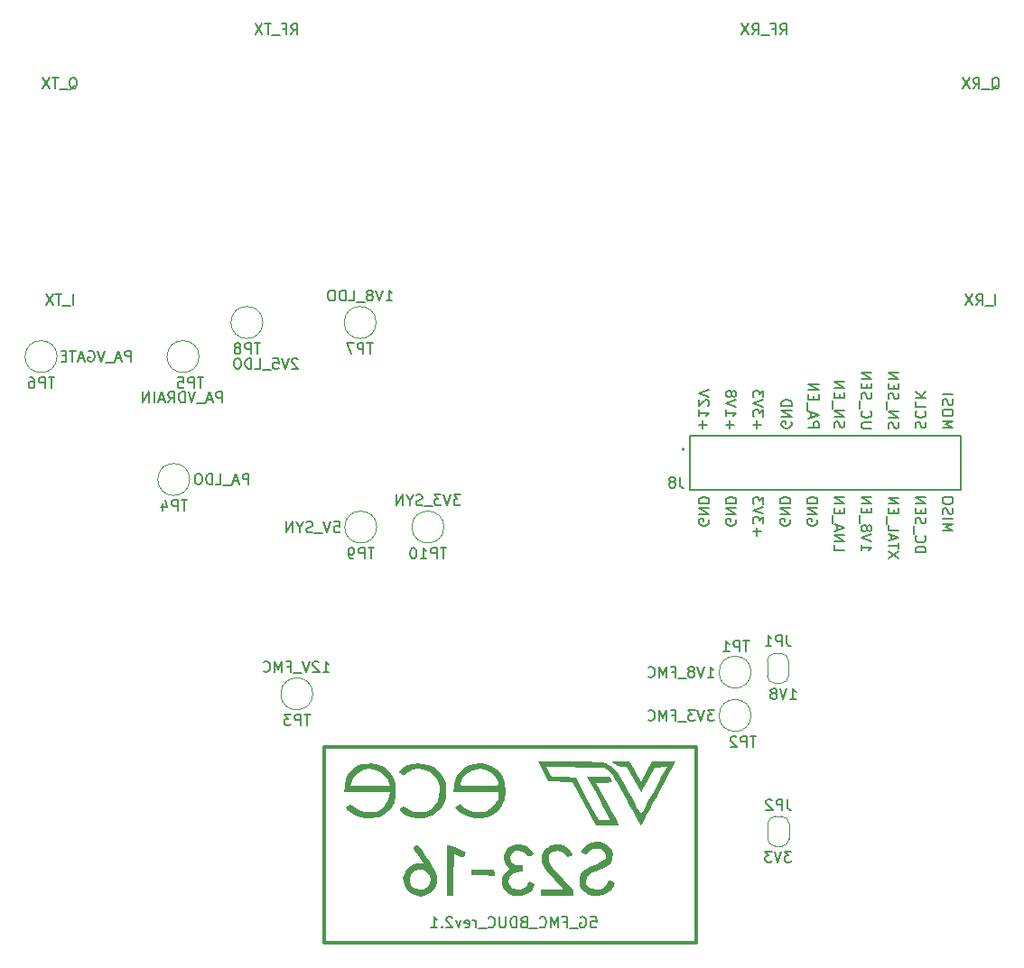
<source format=gbo>
%TF.GenerationSoftware,KiCad,Pcbnew,(6.0.9)*%
%TF.CreationDate,2023-04-20T15:37:57-04:00*%
%TF.ProjectId,S23-16_PCB,5332332d-3136-45f5-9043-422e6b696361,2.0*%
%TF.SameCoordinates,Original*%
%TF.FileFunction,Legend,Bot*%
%TF.FilePolarity,Positive*%
%FSLAX46Y46*%
G04 Gerber Fmt 4.6, Leading zero omitted, Abs format (unit mm)*
G04 Created by KiCad (PCBNEW (6.0.9)) date 2023-04-20 15:37:57*
%MOMM*%
%LPD*%
G01*
G04 APERTURE LIST*
G04 Aperture macros list*
%AMFreePoly0*
4,1,22,0.500000,-0.750000,0.000000,-0.750000,0.000000,-0.745033,-0.079941,-0.743568,-0.215256,-0.701293,-0.333266,-0.622738,-0.424486,-0.514219,-0.481581,-0.384460,-0.499164,-0.250000,-0.500000,-0.250000,-0.500000,0.250000,-0.499164,0.250000,-0.499963,0.256109,-0.478152,0.396186,-0.417904,0.524511,-0.324060,0.630769,-0.204165,0.706417,-0.067858,0.745374,0.000000,0.744959,0.000000,0.750000,
0.500000,0.750000,0.500000,-0.750000,0.500000,-0.750000,$1*%
%AMFreePoly1*
4,1,20,0.000000,0.744959,0.073905,0.744508,0.209726,0.703889,0.328688,0.626782,0.421226,0.519385,0.479903,0.390333,0.500000,0.250000,0.500000,-0.250000,0.499851,-0.262216,0.476331,-0.402017,0.414519,-0.529596,0.319384,-0.634700,0.198574,-0.708877,0.061801,-0.746166,0.000000,-0.745033,0.000000,-0.750000,-0.500000,-0.750000,-0.500000,0.750000,0.000000,0.750000,0.000000,0.744959,
0.000000,0.744959,$1*%
G04 Aperture macros list end*
%ADD10C,0.355600*%
%ADD11C,0.150000*%
%ADD12C,0.120000*%
%ADD13C,0.200000*%
%ADD14R,4.500000X4.500000*%
%ADD15C,3.600000*%
%ADD16C,6.400000*%
%ADD17R,2.500000X2.500000*%
%ADD18R,4.200000X1.350000*%
%ADD19C,2.489200*%
%ADD20R,12.700000X4.826000*%
%ADD21R,2.438400X1.701800*%
%ADD22R,3.570000X3.570000*%
%ADD23C,1.270000*%
%ADD24R,2.380000X1.650000*%
%ADD25R,1.000000X1.600000*%
%ADD26R,3.600000X3.600000*%
%ADD27R,1.600000X1.600000*%
%ADD28R,2.810000X2.810000*%
%ADD29C,2.000000*%
%ADD30R,1.400000X1.400000*%
%ADD31C,1.400000*%
%ADD32FreePoly0,90.000000*%
%ADD33FreePoly1,90.000000*%
G04 APERTURE END LIST*
D10*
X116205000Y-128270000D02*
X151130000Y-128270000D01*
X151130000Y-128270000D02*
X151130000Y-146685000D01*
X151130000Y-146685000D02*
X116205000Y-146685000D01*
X116205000Y-146685000D02*
X116205000Y-128270000D01*
D11*
X159885000Y-106933904D02*
X159932619Y-107029142D01*
X159932619Y-107172000D01*
X159885000Y-107314857D01*
X159789761Y-107410095D01*
X159694523Y-107457714D01*
X159504047Y-107505333D01*
X159361190Y-107505333D01*
X159170714Y-107457714D01*
X159075476Y-107410095D01*
X158980238Y-107314857D01*
X158932619Y-107172000D01*
X158932619Y-107076761D01*
X158980238Y-106933904D01*
X159027857Y-106886285D01*
X159361190Y-106886285D01*
X159361190Y-107076761D01*
X158932619Y-106457714D02*
X159932619Y-106457714D01*
X158932619Y-105886285D01*
X159932619Y-105886285D01*
X158932619Y-105410095D02*
X159932619Y-105410095D01*
X159932619Y-105172000D01*
X159885000Y-105029142D01*
X159789761Y-104933904D01*
X159694523Y-104886285D01*
X159504047Y-104838666D01*
X159361190Y-104838666D01*
X159170714Y-104886285D01*
X159075476Y-104933904D01*
X158980238Y-105029142D01*
X158932619Y-105172000D01*
X158932619Y-105410095D01*
X128980819Y-104608380D02*
X128361771Y-104608380D01*
X128695104Y-104989333D01*
X128552247Y-104989333D01*
X128457009Y-105036952D01*
X128409390Y-105084571D01*
X128361771Y-105179809D01*
X128361771Y-105417904D01*
X128409390Y-105513142D01*
X128457009Y-105560761D01*
X128552247Y-105608380D01*
X128837961Y-105608380D01*
X128933200Y-105560761D01*
X128980819Y-105513142D01*
X128076057Y-104608380D02*
X127742723Y-105608380D01*
X127409390Y-104608380D01*
X127171295Y-104608380D02*
X126552247Y-104608380D01*
X126885580Y-104989333D01*
X126742723Y-104989333D01*
X126647485Y-105036952D01*
X126599866Y-105084571D01*
X126552247Y-105179809D01*
X126552247Y-105417904D01*
X126599866Y-105513142D01*
X126647485Y-105560761D01*
X126742723Y-105608380D01*
X127028438Y-105608380D01*
X127123676Y-105560761D01*
X127171295Y-105513142D01*
X126361771Y-105703619D02*
X125599866Y-105703619D01*
X125409390Y-105560761D02*
X125266533Y-105608380D01*
X125028438Y-105608380D01*
X124933200Y-105560761D01*
X124885580Y-105513142D01*
X124837961Y-105417904D01*
X124837961Y-105322666D01*
X124885580Y-105227428D01*
X124933200Y-105179809D01*
X125028438Y-105132190D01*
X125218914Y-105084571D01*
X125314152Y-105036952D01*
X125361771Y-104989333D01*
X125409390Y-104894095D01*
X125409390Y-104798857D01*
X125361771Y-104703619D01*
X125314152Y-104656000D01*
X125218914Y-104608380D01*
X124980819Y-104608380D01*
X124837961Y-104656000D01*
X124218914Y-105132190D02*
X124218914Y-105608380D01*
X124552247Y-104608380D02*
X124218914Y-105132190D01*
X123885580Y-104608380D01*
X123552247Y-105608380D02*
X123552247Y-104608380D01*
X122980819Y-105608380D01*
X122980819Y-104608380D01*
X159988095Y-138085580D02*
X159369047Y-138085580D01*
X159702380Y-138466533D01*
X159559523Y-138466533D01*
X159464285Y-138514152D01*
X159416666Y-138561771D01*
X159369047Y-138657009D01*
X159369047Y-138895104D01*
X159416666Y-138990342D01*
X159464285Y-139037961D01*
X159559523Y-139085580D01*
X159845238Y-139085580D01*
X159940476Y-139037961D01*
X159988095Y-138990342D01*
X159083333Y-138085580D02*
X158750000Y-139085580D01*
X158416666Y-138085580D01*
X158178571Y-138085580D02*
X157559523Y-138085580D01*
X157892857Y-138466533D01*
X157750000Y-138466533D01*
X157654761Y-138514152D01*
X157607142Y-138561771D01*
X157559523Y-138657009D01*
X157559523Y-138895104D01*
X157607142Y-138990342D01*
X157654761Y-139037961D01*
X157750000Y-139085580D01*
X158035714Y-139085580D01*
X158130952Y-139037961D01*
X158178571Y-138990342D01*
X141223095Y-144232380D02*
X141699285Y-144232380D01*
X141746904Y-144708571D01*
X141699285Y-144660952D01*
X141604047Y-144613333D01*
X141365952Y-144613333D01*
X141270714Y-144660952D01*
X141223095Y-144708571D01*
X141175476Y-144803809D01*
X141175476Y-145041904D01*
X141223095Y-145137142D01*
X141270714Y-145184761D01*
X141365952Y-145232380D01*
X141604047Y-145232380D01*
X141699285Y-145184761D01*
X141746904Y-145137142D01*
X140223095Y-144280000D02*
X140318333Y-144232380D01*
X140461190Y-144232380D01*
X140604047Y-144280000D01*
X140699285Y-144375238D01*
X140746904Y-144470476D01*
X140794523Y-144660952D01*
X140794523Y-144803809D01*
X140746904Y-144994285D01*
X140699285Y-145089523D01*
X140604047Y-145184761D01*
X140461190Y-145232380D01*
X140365952Y-145232380D01*
X140223095Y-145184761D01*
X140175476Y-145137142D01*
X140175476Y-144803809D01*
X140365952Y-144803809D01*
X139985000Y-145327619D02*
X139223095Y-145327619D01*
X138651666Y-144708571D02*
X138985000Y-144708571D01*
X138985000Y-145232380D02*
X138985000Y-144232380D01*
X138508809Y-144232380D01*
X138127857Y-145232380D02*
X138127857Y-144232380D01*
X137794523Y-144946666D01*
X137461190Y-144232380D01*
X137461190Y-145232380D01*
X136413571Y-145137142D02*
X136461190Y-145184761D01*
X136604047Y-145232380D01*
X136699285Y-145232380D01*
X136842142Y-145184761D01*
X136937380Y-145089523D01*
X136985000Y-144994285D01*
X137032619Y-144803809D01*
X137032619Y-144660952D01*
X136985000Y-144470476D01*
X136937380Y-144375238D01*
X136842142Y-144280000D01*
X136699285Y-144232380D01*
X136604047Y-144232380D01*
X136461190Y-144280000D01*
X136413571Y-144327619D01*
X136223095Y-145327619D02*
X135461190Y-145327619D01*
X134889761Y-144708571D02*
X134746904Y-144756190D01*
X134699285Y-144803809D01*
X134651666Y-144899047D01*
X134651666Y-145041904D01*
X134699285Y-145137142D01*
X134746904Y-145184761D01*
X134842142Y-145232380D01*
X135223095Y-145232380D01*
X135223095Y-144232380D01*
X134889761Y-144232380D01*
X134794523Y-144280000D01*
X134746904Y-144327619D01*
X134699285Y-144422857D01*
X134699285Y-144518095D01*
X134746904Y-144613333D01*
X134794523Y-144660952D01*
X134889761Y-144708571D01*
X135223095Y-144708571D01*
X134223095Y-145232380D02*
X134223095Y-144232380D01*
X133985000Y-144232380D01*
X133842142Y-144280000D01*
X133746904Y-144375238D01*
X133699285Y-144470476D01*
X133651666Y-144660952D01*
X133651666Y-144803809D01*
X133699285Y-144994285D01*
X133746904Y-145089523D01*
X133842142Y-145184761D01*
X133985000Y-145232380D01*
X134223095Y-145232380D01*
X133223095Y-144232380D02*
X133223095Y-145041904D01*
X133175476Y-145137142D01*
X133127857Y-145184761D01*
X133032619Y-145232380D01*
X132842142Y-145232380D01*
X132746904Y-145184761D01*
X132699285Y-145137142D01*
X132651666Y-145041904D01*
X132651666Y-144232380D01*
X131604047Y-145137142D02*
X131651666Y-145184761D01*
X131794523Y-145232380D01*
X131889761Y-145232380D01*
X132032619Y-145184761D01*
X132127857Y-145089523D01*
X132175476Y-144994285D01*
X132223095Y-144803809D01*
X132223095Y-144660952D01*
X132175476Y-144470476D01*
X132127857Y-144375238D01*
X132032619Y-144280000D01*
X131889761Y-144232380D01*
X131794523Y-144232380D01*
X131651666Y-144280000D01*
X131604047Y-144327619D01*
X131413571Y-145327619D02*
X130651666Y-145327619D01*
X130413571Y-145232380D02*
X130413571Y-144565714D01*
X130413571Y-144756190D02*
X130365952Y-144660952D01*
X130318333Y-144613333D01*
X130223095Y-144565714D01*
X130127857Y-144565714D01*
X129413571Y-145184761D02*
X129508809Y-145232380D01*
X129699285Y-145232380D01*
X129794523Y-145184761D01*
X129842142Y-145089523D01*
X129842142Y-144708571D01*
X129794523Y-144613333D01*
X129699285Y-144565714D01*
X129508809Y-144565714D01*
X129413571Y-144613333D01*
X129365952Y-144708571D01*
X129365952Y-144803809D01*
X129842142Y-144899047D01*
X129032619Y-144565714D02*
X128794523Y-145232380D01*
X128556428Y-144565714D01*
X128223095Y-144327619D02*
X128175476Y-144280000D01*
X128080238Y-144232380D01*
X127842142Y-144232380D01*
X127746904Y-144280000D01*
X127699285Y-144327619D01*
X127651666Y-144422857D01*
X127651666Y-144518095D01*
X127699285Y-144660952D01*
X128270714Y-145232380D01*
X127651666Y-145232380D01*
X127223095Y-145137142D02*
X127175476Y-145184761D01*
X127223095Y-145232380D01*
X127270714Y-145184761D01*
X127223095Y-145137142D01*
X127223095Y-145232380D01*
X126223095Y-145232380D02*
X126794523Y-145232380D01*
X126508809Y-145232380D02*
X126508809Y-144232380D01*
X126604047Y-144375238D01*
X126699285Y-144470476D01*
X126794523Y-144518095D01*
X92297142Y-66587619D02*
X92392380Y-66540000D01*
X92487619Y-66444761D01*
X92630476Y-66301904D01*
X92725714Y-66254285D01*
X92820952Y-66254285D01*
X92773333Y-66492380D02*
X92868571Y-66444761D01*
X92963809Y-66349523D01*
X93011428Y-66159047D01*
X93011428Y-65825714D01*
X92963809Y-65635238D01*
X92868571Y-65540000D01*
X92773333Y-65492380D01*
X92582857Y-65492380D01*
X92487619Y-65540000D01*
X92392380Y-65635238D01*
X92344761Y-65825714D01*
X92344761Y-66159047D01*
X92392380Y-66349523D01*
X92487619Y-66444761D01*
X92582857Y-66492380D01*
X92773333Y-66492380D01*
X92154285Y-66587619D02*
X91392380Y-66587619D01*
X91297142Y-65492380D02*
X90725714Y-65492380D01*
X91011428Y-66492380D02*
X91011428Y-65492380D01*
X90487619Y-65492380D02*
X89820952Y-66492380D01*
X89820952Y-65492380D02*
X90487619Y-66492380D01*
X113744000Y-91902019D02*
X113696380Y-91854400D01*
X113601142Y-91806780D01*
X113363047Y-91806780D01*
X113267809Y-91854400D01*
X113220190Y-91902019D01*
X113172571Y-91997257D01*
X113172571Y-92092495D01*
X113220190Y-92235352D01*
X113791619Y-92806780D01*
X113172571Y-92806780D01*
X112886857Y-91806780D02*
X112553523Y-92806780D01*
X112220190Y-91806780D01*
X111410666Y-91806780D02*
X111886857Y-91806780D01*
X111934476Y-92282971D01*
X111886857Y-92235352D01*
X111791619Y-92187733D01*
X111553523Y-92187733D01*
X111458285Y-92235352D01*
X111410666Y-92282971D01*
X111363047Y-92378209D01*
X111363047Y-92616304D01*
X111410666Y-92711542D01*
X111458285Y-92759161D01*
X111553523Y-92806780D01*
X111791619Y-92806780D01*
X111886857Y-92759161D01*
X111934476Y-92711542D01*
X111172571Y-92902019D02*
X110410666Y-92902019D01*
X109696380Y-92806780D02*
X110172571Y-92806780D01*
X110172571Y-91806780D01*
X109363047Y-92806780D02*
X109363047Y-91806780D01*
X109124952Y-91806780D01*
X108982095Y-91854400D01*
X108886857Y-91949638D01*
X108839238Y-92044876D01*
X108791619Y-92235352D01*
X108791619Y-92378209D01*
X108839238Y-92568685D01*
X108886857Y-92663923D01*
X108982095Y-92759161D01*
X109124952Y-92806780D01*
X109363047Y-92806780D01*
X108172571Y-91806780D02*
X107982095Y-91806780D01*
X107886857Y-91854400D01*
X107791619Y-91949638D01*
X107744000Y-92140114D01*
X107744000Y-92473447D01*
X107791619Y-92663923D01*
X107886857Y-92759161D01*
X107982095Y-92806780D01*
X108172571Y-92806780D01*
X108267809Y-92759161D01*
X108363047Y-92663923D01*
X108410666Y-92473447D01*
X108410666Y-92140114D01*
X108363047Y-91949638D01*
X108267809Y-91854400D01*
X108172571Y-91806780D01*
X166552619Y-109291190D02*
X166552619Y-109862619D01*
X166552619Y-109576904D02*
X167552619Y-109576904D01*
X167409761Y-109672142D01*
X167314523Y-109767380D01*
X167266904Y-109862619D01*
X167552619Y-109005476D02*
X166552619Y-108672142D01*
X167552619Y-108338809D01*
X167124047Y-107862619D02*
X167171666Y-107957857D01*
X167219285Y-108005476D01*
X167314523Y-108053095D01*
X167362142Y-108053095D01*
X167457380Y-108005476D01*
X167505000Y-107957857D01*
X167552619Y-107862619D01*
X167552619Y-107672142D01*
X167505000Y-107576904D01*
X167457380Y-107529285D01*
X167362142Y-107481666D01*
X167314523Y-107481666D01*
X167219285Y-107529285D01*
X167171666Y-107576904D01*
X167124047Y-107672142D01*
X167124047Y-107862619D01*
X167076428Y-107957857D01*
X167028809Y-108005476D01*
X166933571Y-108053095D01*
X166743095Y-108053095D01*
X166647857Y-108005476D01*
X166600238Y-107957857D01*
X166552619Y-107862619D01*
X166552619Y-107672142D01*
X166600238Y-107576904D01*
X166647857Y-107529285D01*
X166743095Y-107481666D01*
X166933571Y-107481666D01*
X167028809Y-107529285D01*
X167076428Y-107576904D01*
X167124047Y-107672142D01*
X166457380Y-107291190D02*
X166457380Y-106529285D01*
X167076428Y-106291190D02*
X167076428Y-105957857D01*
X166552619Y-105815000D02*
X166552619Y-106291190D01*
X167552619Y-106291190D01*
X167552619Y-105815000D01*
X166552619Y-105386428D02*
X167552619Y-105386428D01*
X166552619Y-104815000D01*
X167552619Y-104815000D01*
X122011771Y-86405980D02*
X122583200Y-86405980D01*
X122297485Y-86405980D02*
X122297485Y-85405980D01*
X122392723Y-85548838D01*
X122487961Y-85644076D01*
X122583200Y-85691695D01*
X121726057Y-85405980D02*
X121392723Y-86405980D01*
X121059390Y-85405980D01*
X120583200Y-85834552D02*
X120678438Y-85786933D01*
X120726057Y-85739314D01*
X120773676Y-85644076D01*
X120773676Y-85596457D01*
X120726057Y-85501219D01*
X120678438Y-85453600D01*
X120583200Y-85405980D01*
X120392723Y-85405980D01*
X120297485Y-85453600D01*
X120249866Y-85501219D01*
X120202247Y-85596457D01*
X120202247Y-85644076D01*
X120249866Y-85739314D01*
X120297485Y-85786933D01*
X120392723Y-85834552D01*
X120583200Y-85834552D01*
X120678438Y-85882171D01*
X120726057Y-85929790D01*
X120773676Y-86025028D01*
X120773676Y-86215504D01*
X120726057Y-86310742D01*
X120678438Y-86358361D01*
X120583200Y-86405980D01*
X120392723Y-86405980D01*
X120297485Y-86358361D01*
X120249866Y-86310742D01*
X120202247Y-86215504D01*
X120202247Y-86025028D01*
X120249866Y-85929790D01*
X120297485Y-85882171D01*
X120392723Y-85834552D01*
X120011771Y-86501219D02*
X119249866Y-86501219D01*
X118535580Y-86405980D02*
X119011771Y-86405980D01*
X119011771Y-85405980D01*
X118202247Y-86405980D02*
X118202247Y-85405980D01*
X117964152Y-85405980D01*
X117821295Y-85453600D01*
X117726057Y-85548838D01*
X117678438Y-85644076D01*
X117630819Y-85834552D01*
X117630819Y-85977409D01*
X117678438Y-86167885D01*
X117726057Y-86263123D01*
X117821295Y-86358361D01*
X117964152Y-86405980D01*
X118202247Y-86405980D01*
X117011771Y-85405980D02*
X116821295Y-85405980D01*
X116726057Y-85453600D01*
X116630819Y-85548838D01*
X116583200Y-85739314D01*
X116583200Y-86072647D01*
X116630819Y-86263123D01*
X116726057Y-86358361D01*
X116821295Y-86405980D01*
X117011771Y-86405980D01*
X117107009Y-86358361D01*
X117202247Y-86263123D01*
X117249866Y-86072647D01*
X117249866Y-85739314D01*
X117202247Y-85548838D01*
X117107009Y-85453600D01*
X117011771Y-85405980D01*
X152265000Y-106933904D02*
X152312619Y-107029142D01*
X152312619Y-107172000D01*
X152265000Y-107314857D01*
X152169761Y-107410095D01*
X152074523Y-107457714D01*
X151884047Y-107505333D01*
X151741190Y-107505333D01*
X151550714Y-107457714D01*
X151455476Y-107410095D01*
X151360238Y-107314857D01*
X151312619Y-107172000D01*
X151312619Y-107076761D01*
X151360238Y-106933904D01*
X151407857Y-106886285D01*
X151741190Y-106886285D01*
X151741190Y-107076761D01*
X151312619Y-106457714D02*
X152312619Y-106457714D01*
X151312619Y-105886285D01*
X152312619Y-105886285D01*
X151312619Y-105410095D02*
X152312619Y-105410095D01*
X152312619Y-105172000D01*
X152265000Y-105029142D01*
X152169761Y-104933904D01*
X152074523Y-104886285D01*
X151884047Y-104838666D01*
X151741190Y-104838666D01*
X151550714Y-104886285D01*
X151455476Y-104933904D01*
X151360238Y-105029142D01*
X151312619Y-105172000D01*
X151312619Y-105410095D01*
X169140238Y-98400857D02*
X169092619Y-98258000D01*
X169092619Y-98019904D01*
X169140238Y-97924666D01*
X169187857Y-97877047D01*
X169283095Y-97829428D01*
X169378333Y-97829428D01*
X169473571Y-97877047D01*
X169521190Y-97924666D01*
X169568809Y-98019904D01*
X169616428Y-98210380D01*
X169664047Y-98305619D01*
X169711666Y-98353238D01*
X169806904Y-98400857D01*
X169902142Y-98400857D01*
X169997380Y-98353238D01*
X170045000Y-98305619D01*
X170092619Y-98210380D01*
X170092619Y-97972285D01*
X170045000Y-97829428D01*
X169092619Y-97400857D02*
X170092619Y-97400857D01*
X169092619Y-96829428D01*
X170092619Y-96829428D01*
X168997380Y-96591333D02*
X168997380Y-95829428D01*
X169140238Y-95638952D02*
X169092619Y-95496095D01*
X169092619Y-95258000D01*
X169140238Y-95162761D01*
X169187857Y-95115142D01*
X169283095Y-95067523D01*
X169378333Y-95067523D01*
X169473571Y-95115142D01*
X169521190Y-95162761D01*
X169568809Y-95258000D01*
X169616428Y-95448476D01*
X169664047Y-95543714D01*
X169711666Y-95591333D01*
X169806904Y-95638952D01*
X169902142Y-95638952D01*
X169997380Y-95591333D01*
X170045000Y-95543714D01*
X170092619Y-95448476D01*
X170092619Y-95210380D01*
X170045000Y-95067523D01*
X169616428Y-94638952D02*
X169616428Y-94305619D01*
X169092619Y-94162761D02*
X169092619Y-94638952D01*
X170092619Y-94638952D01*
X170092619Y-94162761D01*
X169092619Y-93734190D02*
X170092619Y-93734190D01*
X169092619Y-93162761D01*
X170092619Y-93162761D01*
X159877047Y-123794780D02*
X160448476Y-123794780D01*
X160162761Y-123794780D02*
X160162761Y-122794780D01*
X160258000Y-122937638D01*
X160353238Y-123032876D01*
X160448476Y-123080495D01*
X159591333Y-122794780D02*
X159258000Y-123794780D01*
X158924666Y-122794780D01*
X158448476Y-123223352D02*
X158543714Y-123175733D01*
X158591333Y-123128114D01*
X158638952Y-123032876D01*
X158638952Y-122985257D01*
X158591333Y-122890019D01*
X158543714Y-122842400D01*
X158448476Y-122794780D01*
X158258000Y-122794780D01*
X158162761Y-122842400D01*
X158115142Y-122890019D01*
X158067523Y-122985257D01*
X158067523Y-123032876D01*
X158115142Y-123128114D01*
X158162761Y-123175733D01*
X158258000Y-123223352D01*
X158448476Y-123223352D01*
X158543714Y-123270971D01*
X158591333Y-123318590D01*
X158638952Y-123413828D01*
X158638952Y-123604304D01*
X158591333Y-123699542D01*
X158543714Y-123747161D01*
X158448476Y-123794780D01*
X158258000Y-123794780D01*
X158162761Y-123747161D01*
X158115142Y-123699542D01*
X158067523Y-123604304D01*
X158067523Y-123413828D01*
X158115142Y-123318590D01*
X158162761Y-123270971D01*
X158258000Y-123223352D01*
X178776190Y-66587619D02*
X178871428Y-66540000D01*
X178966666Y-66444761D01*
X179109523Y-66301904D01*
X179204761Y-66254285D01*
X179300000Y-66254285D01*
X179252380Y-66492380D02*
X179347619Y-66444761D01*
X179442857Y-66349523D01*
X179490476Y-66159047D01*
X179490476Y-65825714D01*
X179442857Y-65635238D01*
X179347619Y-65540000D01*
X179252380Y-65492380D01*
X179061904Y-65492380D01*
X178966666Y-65540000D01*
X178871428Y-65635238D01*
X178823809Y-65825714D01*
X178823809Y-66159047D01*
X178871428Y-66349523D01*
X178966666Y-66444761D01*
X179061904Y-66492380D01*
X179252380Y-66492380D01*
X178633333Y-66587619D02*
X177871428Y-66587619D01*
X177061904Y-66492380D02*
X177395238Y-66016190D01*
X177633333Y-66492380D02*
X177633333Y-65492380D01*
X177252380Y-65492380D01*
X177157142Y-65540000D01*
X177109523Y-65587619D01*
X177061904Y-65682857D01*
X177061904Y-65825714D01*
X177109523Y-65920952D01*
X177157142Y-65968571D01*
X177252380Y-66016190D01*
X177633333Y-66016190D01*
X176728571Y-65492380D02*
X176061904Y-66492380D01*
X176061904Y-65492380D02*
X176728571Y-66492380D01*
X162425000Y-106933904D02*
X162472619Y-107029142D01*
X162472619Y-107172000D01*
X162425000Y-107314857D01*
X162329761Y-107410095D01*
X162234523Y-107457714D01*
X162044047Y-107505333D01*
X161901190Y-107505333D01*
X161710714Y-107457714D01*
X161615476Y-107410095D01*
X161520238Y-107314857D01*
X161472619Y-107172000D01*
X161472619Y-107076761D01*
X161520238Y-106933904D01*
X161567857Y-106886285D01*
X161901190Y-106886285D01*
X161901190Y-107076761D01*
X161472619Y-106457714D02*
X162472619Y-106457714D01*
X161472619Y-105886285D01*
X162472619Y-105886285D01*
X161472619Y-105410095D02*
X162472619Y-105410095D01*
X162472619Y-105172000D01*
X162425000Y-105029142D01*
X162329761Y-104933904D01*
X162234523Y-104886285D01*
X162044047Y-104838666D01*
X161901190Y-104838666D01*
X161710714Y-104886285D01*
X161615476Y-104933904D01*
X161520238Y-105029142D01*
X161472619Y-105172000D01*
X161472619Y-105410095D01*
X98105504Y-92095580D02*
X98105504Y-91095580D01*
X97724552Y-91095580D01*
X97629314Y-91143200D01*
X97581695Y-91190819D01*
X97534076Y-91286057D01*
X97534076Y-91428914D01*
X97581695Y-91524152D01*
X97629314Y-91571771D01*
X97724552Y-91619390D01*
X98105504Y-91619390D01*
X97153123Y-91809866D02*
X96676933Y-91809866D01*
X97248361Y-92095580D02*
X96915028Y-91095580D01*
X96581695Y-92095580D01*
X96486457Y-92190819D02*
X95724552Y-92190819D01*
X95629314Y-91095580D02*
X95295980Y-92095580D01*
X94962647Y-91095580D01*
X94105504Y-91143200D02*
X94200742Y-91095580D01*
X94343600Y-91095580D01*
X94486457Y-91143200D01*
X94581695Y-91238438D01*
X94629314Y-91333676D01*
X94676933Y-91524152D01*
X94676933Y-91667009D01*
X94629314Y-91857485D01*
X94581695Y-91952723D01*
X94486457Y-92047961D01*
X94343600Y-92095580D01*
X94248361Y-92095580D01*
X94105504Y-92047961D01*
X94057885Y-92000342D01*
X94057885Y-91667009D01*
X94248361Y-91667009D01*
X93676933Y-91809866D02*
X93200742Y-91809866D01*
X93772171Y-92095580D02*
X93438838Y-91095580D01*
X93105504Y-92095580D01*
X92915028Y-91095580D02*
X92343600Y-91095580D01*
X92629314Y-92095580D02*
X92629314Y-91095580D01*
X92010266Y-91571771D02*
X91676933Y-91571771D01*
X91534076Y-92095580D02*
X92010266Y-92095580D01*
X92010266Y-91095580D01*
X91534076Y-91095580D01*
X179157142Y-86812380D02*
X179157142Y-85812380D01*
X178919047Y-86907619D02*
X178157142Y-86907619D01*
X177347619Y-86812380D02*
X177680952Y-86336190D01*
X177919047Y-86812380D02*
X177919047Y-85812380D01*
X177538095Y-85812380D01*
X177442857Y-85860000D01*
X177395238Y-85907619D01*
X177347619Y-86002857D01*
X177347619Y-86145714D01*
X177395238Y-86240952D01*
X177442857Y-86288571D01*
X177538095Y-86336190D01*
X177919047Y-86336190D01*
X177014285Y-85812380D02*
X176347619Y-86812380D01*
X176347619Y-85812380D02*
X177014285Y-86812380D01*
X170092619Y-110600761D02*
X169092619Y-109934095D01*
X170092619Y-109934095D02*
X169092619Y-110600761D01*
X170092619Y-109696000D02*
X170092619Y-109124571D01*
X169092619Y-109410285D02*
X170092619Y-109410285D01*
X169378333Y-108838857D02*
X169378333Y-108362666D01*
X169092619Y-108934095D02*
X170092619Y-108600761D01*
X169092619Y-108267428D01*
X169092619Y-107457904D02*
X169092619Y-107934095D01*
X170092619Y-107934095D01*
X168997380Y-107362666D02*
X168997380Y-106600761D01*
X169616428Y-106362666D02*
X169616428Y-106029333D01*
X169092619Y-105886476D02*
X169092619Y-106362666D01*
X170092619Y-106362666D01*
X170092619Y-105886476D01*
X169092619Y-105457904D02*
X170092619Y-105457904D01*
X169092619Y-104886476D01*
X170092619Y-104886476D01*
X160012000Y-97789904D02*
X160059619Y-97885142D01*
X160059619Y-98028000D01*
X160012000Y-98170857D01*
X159916761Y-98266095D01*
X159821523Y-98313714D01*
X159631047Y-98361333D01*
X159488190Y-98361333D01*
X159297714Y-98313714D01*
X159202476Y-98266095D01*
X159107238Y-98170857D01*
X159059619Y-98028000D01*
X159059619Y-97932761D01*
X159107238Y-97789904D01*
X159154857Y-97742285D01*
X159488190Y-97742285D01*
X159488190Y-97932761D01*
X159059619Y-97313714D02*
X160059619Y-97313714D01*
X159059619Y-96742285D01*
X160059619Y-96742285D01*
X159059619Y-96266095D02*
X160059619Y-96266095D01*
X160059619Y-96028000D01*
X160012000Y-95885142D01*
X159916761Y-95789904D01*
X159821523Y-95742285D01*
X159631047Y-95694666D01*
X159488190Y-95694666D01*
X159297714Y-95742285D01*
X159202476Y-95789904D01*
X159107238Y-95885142D01*
X159059619Y-96028000D01*
X159059619Y-96266095D01*
X156773571Y-98408904D02*
X156773571Y-97647000D01*
X156392619Y-98027952D02*
X157154523Y-98027952D01*
X157392619Y-97266047D02*
X157392619Y-96647000D01*
X157011666Y-96980333D01*
X157011666Y-96837476D01*
X156964047Y-96742238D01*
X156916428Y-96694619D01*
X156821190Y-96647000D01*
X156583095Y-96647000D01*
X156487857Y-96694619D01*
X156440238Y-96742238D01*
X156392619Y-96837476D01*
X156392619Y-97123190D01*
X156440238Y-97218428D01*
X156487857Y-97266047D01*
X157392619Y-96361285D02*
X156392619Y-96027952D01*
X157392619Y-95694619D01*
X157392619Y-95456523D02*
X157392619Y-94837476D01*
X157011666Y-95170809D01*
X157011666Y-95027952D01*
X156964047Y-94932714D01*
X156916428Y-94885095D01*
X156821190Y-94837476D01*
X156583095Y-94837476D01*
X156487857Y-94885095D01*
X156440238Y-94932714D01*
X156392619Y-95027952D01*
X156392619Y-95313666D01*
X156440238Y-95408904D01*
X156487857Y-95456523D01*
X161599619Y-98313619D02*
X162599619Y-98313619D01*
X162599619Y-97932666D01*
X162552000Y-97837428D01*
X162504380Y-97789809D01*
X162409142Y-97742190D01*
X162266285Y-97742190D01*
X162171047Y-97789809D01*
X162123428Y-97837428D01*
X162075809Y-97932666D01*
X162075809Y-98313619D01*
X161885333Y-97361238D02*
X161885333Y-96885047D01*
X161599619Y-97456476D02*
X162599619Y-97123142D01*
X161599619Y-96789809D01*
X161504380Y-96694571D02*
X161504380Y-95932666D01*
X162123428Y-95694571D02*
X162123428Y-95361238D01*
X161599619Y-95218380D02*
X161599619Y-95694571D01*
X162599619Y-95694571D01*
X162599619Y-95218380D01*
X161599619Y-94789809D02*
X162599619Y-94789809D01*
X161599619Y-94218380D01*
X162599619Y-94218380D01*
X117163600Y-107148380D02*
X117639790Y-107148380D01*
X117687409Y-107624571D01*
X117639790Y-107576952D01*
X117544552Y-107529333D01*
X117306457Y-107529333D01*
X117211219Y-107576952D01*
X117163600Y-107624571D01*
X117115980Y-107719809D01*
X117115980Y-107957904D01*
X117163600Y-108053142D01*
X117211219Y-108100761D01*
X117306457Y-108148380D01*
X117544552Y-108148380D01*
X117639790Y-108100761D01*
X117687409Y-108053142D01*
X116830266Y-107148380D02*
X116496933Y-108148380D01*
X116163600Y-107148380D01*
X116068361Y-108243619D02*
X115306457Y-108243619D01*
X115115980Y-108100761D02*
X114973123Y-108148380D01*
X114735028Y-108148380D01*
X114639790Y-108100761D01*
X114592171Y-108053142D01*
X114544552Y-107957904D01*
X114544552Y-107862666D01*
X114592171Y-107767428D01*
X114639790Y-107719809D01*
X114735028Y-107672190D01*
X114925504Y-107624571D01*
X115020742Y-107576952D01*
X115068361Y-107529333D01*
X115115980Y-107434095D01*
X115115980Y-107338857D01*
X115068361Y-107243619D01*
X115020742Y-107196000D01*
X114925504Y-107148380D01*
X114687409Y-107148380D01*
X114544552Y-107196000D01*
X113925504Y-107672190D02*
X113925504Y-108148380D01*
X114258838Y-107148380D02*
X113925504Y-107672190D01*
X113592171Y-107148380D01*
X113258838Y-108148380D02*
X113258838Y-107148380D01*
X112687409Y-108148380D01*
X112687409Y-107148380D01*
X154233571Y-98408904D02*
X154233571Y-97647000D01*
X153852619Y-98027952D02*
X154614523Y-98027952D01*
X153852619Y-96647000D02*
X153852619Y-97218428D01*
X153852619Y-96932714D02*
X154852619Y-96932714D01*
X154709761Y-97027952D01*
X154614523Y-97123190D01*
X154566904Y-97218428D01*
X154852619Y-96361285D02*
X153852619Y-96027952D01*
X154852619Y-95694619D01*
X154424047Y-95218428D02*
X154471666Y-95313666D01*
X154519285Y-95361285D01*
X154614523Y-95408904D01*
X154662142Y-95408904D01*
X154757380Y-95361285D01*
X154805000Y-95313666D01*
X154852619Y-95218428D01*
X154852619Y-95027952D01*
X154805000Y-94932714D01*
X154757380Y-94885095D01*
X154662142Y-94837476D01*
X154614523Y-94837476D01*
X154519285Y-94885095D01*
X154471666Y-94932714D01*
X154424047Y-95027952D01*
X154424047Y-95218428D01*
X154376428Y-95313666D01*
X154328809Y-95361285D01*
X154233571Y-95408904D01*
X154043095Y-95408904D01*
X153947857Y-95361285D01*
X153900238Y-95313666D01*
X153852619Y-95218428D01*
X153852619Y-95027952D01*
X153900238Y-94932714D01*
X153947857Y-94885095D01*
X154043095Y-94837476D01*
X154233571Y-94837476D01*
X154328809Y-94885095D01*
X154376428Y-94932714D01*
X154424047Y-95027952D01*
X92678095Y-86812380D02*
X92678095Y-85812380D01*
X92440000Y-86907619D02*
X91678095Y-86907619D01*
X91582857Y-85812380D02*
X91011428Y-85812380D01*
X91297142Y-86812380D02*
X91297142Y-85812380D01*
X90773333Y-85812380D02*
X90106666Y-86812380D01*
X90106666Y-85812380D02*
X90773333Y-86812380D01*
X174172619Y-98345428D02*
X175172619Y-98345428D01*
X174458333Y-98012095D01*
X175172619Y-97678761D01*
X174172619Y-97678761D01*
X175172619Y-97012095D02*
X175172619Y-96821619D01*
X175125000Y-96726380D01*
X175029761Y-96631142D01*
X174839285Y-96583523D01*
X174505952Y-96583523D01*
X174315476Y-96631142D01*
X174220238Y-96726380D01*
X174172619Y-96821619D01*
X174172619Y-97012095D01*
X174220238Y-97107333D01*
X174315476Y-97202571D01*
X174505952Y-97250190D01*
X174839285Y-97250190D01*
X175029761Y-97202571D01*
X175125000Y-97107333D01*
X175172619Y-97012095D01*
X174220238Y-96202571D02*
X174172619Y-96059714D01*
X174172619Y-95821619D01*
X174220238Y-95726380D01*
X174267857Y-95678761D01*
X174363095Y-95631142D01*
X174458333Y-95631142D01*
X174553571Y-95678761D01*
X174601190Y-95726380D01*
X174648809Y-95821619D01*
X174696428Y-96012095D01*
X174744047Y-96107333D01*
X174791666Y-96154952D01*
X174886904Y-96202571D01*
X174982142Y-96202571D01*
X175077380Y-96154952D01*
X175125000Y-96107333D01*
X175172619Y-96012095D01*
X175172619Y-95774000D01*
X175125000Y-95631142D01*
X174172619Y-95202571D02*
X175172619Y-95202571D01*
X109129200Y-103627180D02*
X109129200Y-102627180D01*
X108748247Y-102627180D01*
X108653009Y-102674800D01*
X108605390Y-102722419D01*
X108557771Y-102817657D01*
X108557771Y-102960514D01*
X108605390Y-103055752D01*
X108653009Y-103103371D01*
X108748247Y-103150990D01*
X109129200Y-103150990D01*
X108176819Y-103341466D02*
X107700628Y-103341466D01*
X108272057Y-103627180D02*
X107938723Y-102627180D01*
X107605390Y-103627180D01*
X107510152Y-103722419D02*
X106748247Y-103722419D01*
X106033961Y-103627180D02*
X106510152Y-103627180D01*
X106510152Y-102627180D01*
X105700628Y-103627180D02*
X105700628Y-102627180D01*
X105462533Y-102627180D01*
X105319676Y-102674800D01*
X105224438Y-102770038D01*
X105176819Y-102865276D01*
X105129200Y-103055752D01*
X105129200Y-103198609D01*
X105176819Y-103389085D01*
X105224438Y-103484323D01*
X105319676Y-103579561D01*
X105462533Y-103627180D01*
X105700628Y-103627180D01*
X104510152Y-102627180D02*
X104319676Y-102627180D01*
X104224438Y-102674800D01*
X104129200Y-102770038D01*
X104081580Y-102960514D01*
X104081580Y-103293847D01*
X104129200Y-103484323D01*
X104224438Y-103579561D01*
X104319676Y-103627180D01*
X104510152Y-103627180D01*
X104605390Y-103579561D01*
X104700628Y-103484323D01*
X104748247Y-103293847D01*
X104748247Y-102960514D01*
X104700628Y-102770038D01*
X104605390Y-102674800D01*
X104510152Y-102627180D01*
X156773571Y-108441904D02*
X156773571Y-107680000D01*
X156392619Y-108060952D02*
X157154523Y-108060952D01*
X157392619Y-107299047D02*
X157392619Y-106680000D01*
X157011666Y-107013333D01*
X157011666Y-106870476D01*
X156964047Y-106775238D01*
X156916428Y-106727619D01*
X156821190Y-106680000D01*
X156583095Y-106680000D01*
X156487857Y-106727619D01*
X156440238Y-106775238D01*
X156392619Y-106870476D01*
X156392619Y-107156190D01*
X156440238Y-107251428D01*
X156487857Y-107299047D01*
X157392619Y-106394285D02*
X156392619Y-106060952D01*
X157392619Y-105727619D01*
X157392619Y-105489523D02*
X157392619Y-104870476D01*
X157011666Y-105203809D01*
X157011666Y-105060952D01*
X156964047Y-104965714D01*
X156916428Y-104918095D01*
X156821190Y-104870476D01*
X156583095Y-104870476D01*
X156487857Y-104918095D01*
X156440238Y-104965714D01*
X156392619Y-105060952D01*
X156392619Y-105346666D01*
X156440238Y-105441904D01*
X156487857Y-105489523D01*
X164060238Y-98305666D02*
X164012619Y-98162809D01*
X164012619Y-97924714D01*
X164060238Y-97829476D01*
X164107857Y-97781857D01*
X164203095Y-97734238D01*
X164298333Y-97734238D01*
X164393571Y-97781857D01*
X164441190Y-97829476D01*
X164488809Y-97924714D01*
X164536428Y-98115190D01*
X164584047Y-98210428D01*
X164631666Y-98258047D01*
X164726904Y-98305666D01*
X164822142Y-98305666D01*
X164917380Y-98258047D01*
X164965000Y-98210428D01*
X165012619Y-98115190D01*
X165012619Y-97877095D01*
X164965000Y-97734238D01*
X164012619Y-97305666D02*
X165012619Y-97305666D01*
X164012619Y-96734238D01*
X165012619Y-96734238D01*
X163917380Y-96496142D02*
X163917380Y-95734238D01*
X164536428Y-95496142D02*
X164536428Y-95162809D01*
X164012619Y-95019952D02*
X164012619Y-95496142D01*
X165012619Y-95496142D01*
X165012619Y-95019952D01*
X164012619Y-94591380D02*
X165012619Y-94591380D01*
X164012619Y-94019952D01*
X165012619Y-94019952D01*
X106611276Y-95956380D02*
X106611276Y-94956380D01*
X106230323Y-94956380D01*
X106135085Y-95004000D01*
X106087466Y-95051619D01*
X106039847Y-95146857D01*
X106039847Y-95289714D01*
X106087466Y-95384952D01*
X106135085Y-95432571D01*
X106230323Y-95480190D01*
X106611276Y-95480190D01*
X105658895Y-95670666D02*
X105182704Y-95670666D01*
X105754133Y-95956380D02*
X105420800Y-94956380D01*
X105087466Y-95956380D01*
X104992228Y-96051619D02*
X104230323Y-96051619D01*
X104135085Y-94956380D02*
X103801752Y-95956380D01*
X103468419Y-94956380D01*
X103135085Y-95956380D02*
X103135085Y-94956380D01*
X102896990Y-94956380D01*
X102754133Y-95004000D01*
X102658895Y-95099238D01*
X102611276Y-95194476D01*
X102563657Y-95384952D01*
X102563657Y-95527809D01*
X102611276Y-95718285D01*
X102658895Y-95813523D01*
X102754133Y-95908761D01*
X102896990Y-95956380D01*
X103135085Y-95956380D01*
X101563657Y-95956380D02*
X101896990Y-95480190D01*
X102135085Y-95956380D02*
X102135085Y-94956380D01*
X101754133Y-94956380D01*
X101658895Y-95004000D01*
X101611276Y-95051619D01*
X101563657Y-95146857D01*
X101563657Y-95289714D01*
X101611276Y-95384952D01*
X101658895Y-95432571D01*
X101754133Y-95480190D01*
X102135085Y-95480190D01*
X101182704Y-95670666D02*
X100706514Y-95670666D01*
X101277942Y-95956380D02*
X100944609Y-94956380D01*
X100611276Y-95956380D01*
X100277942Y-95956380D02*
X100277942Y-94956380D01*
X99801752Y-95956380D02*
X99801752Y-94956380D01*
X99230323Y-95956380D01*
X99230323Y-94956380D01*
X158956190Y-61412380D02*
X159289523Y-60936190D01*
X159527619Y-61412380D02*
X159527619Y-60412380D01*
X159146666Y-60412380D01*
X159051428Y-60460000D01*
X159003809Y-60507619D01*
X158956190Y-60602857D01*
X158956190Y-60745714D01*
X159003809Y-60840952D01*
X159051428Y-60888571D01*
X159146666Y-60936190D01*
X159527619Y-60936190D01*
X158194285Y-60888571D02*
X158527619Y-60888571D01*
X158527619Y-61412380D02*
X158527619Y-60412380D01*
X158051428Y-60412380D01*
X157908571Y-61507619D02*
X157146666Y-61507619D01*
X156337142Y-61412380D02*
X156670476Y-60936190D01*
X156908571Y-61412380D02*
X156908571Y-60412380D01*
X156527619Y-60412380D01*
X156432380Y-60460000D01*
X156384761Y-60507619D01*
X156337142Y-60602857D01*
X156337142Y-60745714D01*
X156384761Y-60840952D01*
X156432380Y-60888571D01*
X156527619Y-60936190D01*
X156908571Y-60936190D01*
X156003809Y-60412380D02*
X155337142Y-61412380D01*
X155337142Y-60412380D02*
X156003809Y-61412380D01*
X151693571Y-98408904D02*
X151693571Y-97647000D01*
X151312619Y-98027952D02*
X152074523Y-98027952D01*
X151312619Y-96647000D02*
X151312619Y-97218428D01*
X151312619Y-96932714D02*
X152312619Y-96932714D01*
X152169761Y-97027952D01*
X152074523Y-97123190D01*
X152026904Y-97218428D01*
X152217380Y-96266047D02*
X152265000Y-96218428D01*
X152312619Y-96123190D01*
X152312619Y-95885095D01*
X152265000Y-95789857D01*
X152217380Y-95742238D01*
X152122142Y-95694619D01*
X152026904Y-95694619D01*
X151884047Y-95742238D01*
X151312619Y-96313666D01*
X151312619Y-95694619D01*
X152312619Y-95408904D02*
X151312619Y-95075571D01*
X152312619Y-94742238D01*
X154805000Y-106933904D02*
X154852619Y-107029142D01*
X154852619Y-107172000D01*
X154805000Y-107314857D01*
X154709761Y-107410095D01*
X154614523Y-107457714D01*
X154424047Y-107505333D01*
X154281190Y-107505333D01*
X154090714Y-107457714D01*
X153995476Y-107410095D01*
X153900238Y-107314857D01*
X153852619Y-107172000D01*
X153852619Y-107076761D01*
X153900238Y-106933904D01*
X153947857Y-106886285D01*
X154281190Y-106886285D01*
X154281190Y-107076761D01*
X153852619Y-106457714D02*
X154852619Y-106457714D01*
X153852619Y-105886285D01*
X154852619Y-105886285D01*
X153852619Y-105410095D02*
X154852619Y-105410095D01*
X154852619Y-105172000D01*
X154805000Y-105029142D01*
X154709761Y-104933904D01*
X154614523Y-104886285D01*
X154424047Y-104838666D01*
X154281190Y-104838666D01*
X154090714Y-104886285D01*
X153995476Y-104933904D01*
X153900238Y-105029142D01*
X153852619Y-105172000D01*
X153852619Y-105410095D01*
X174172619Y-107997428D02*
X175172619Y-107997428D01*
X174458333Y-107664095D01*
X175172619Y-107330761D01*
X174172619Y-107330761D01*
X174172619Y-106854571D02*
X175172619Y-106854571D01*
X174220238Y-106426000D02*
X174172619Y-106283142D01*
X174172619Y-106045047D01*
X174220238Y-105949809D01*
X174267857Y-105902190D01*
X174363095Y-105854571D01*
X174458333Y-105854571D01*
X174553571Y-105902190D01*
X174601190Y-105949809D01*
X174648809Y-106045047D01*
X174696428Y-106235523D01*
X174744047Y-106330761D01*
X174791666Y-106378380D01*
X174886904Y-106426000D01*
X174982142Y-106426000D01*
X175077380Y-106378380D01*
X175125000Y-106330761D01*
X175172619Y-106235523D01*
X175172619Y-105997428D01*
X175125000Y-105854571D01*
X175172619Y-105235523D02*
X175172619Y-105045047D01*
X175125000Y-104949809D01*
X175029761Y-104854571D01*
X174839285Y-104806952D01*
X174505952Y-104806952D01*
X174315476Y-104854571D01*
X174220238Y-104949809D01*
X174172619Y-105045047D01*
X174172619Y-105235523D01*
X174220238Y-105330761D01*
X174315476Y-105426000D01*
X174505952Y-105473619D01*
X174839285Y-105473619D01*
X175029761Y-105426000D01*
X175125000Y-105330761D01*
X175172619Y-105235523D01*
X167552619Y-98377047D02*
X166743095Y-98377047D01*
X166647857Y-98329428D01*
X166600238Y-98281809D01*
X166552619Y-98186571D01*
X166552619Y-97996095D01*
X166600238Y-97900857D01*
X166647857Y-97853238D01*
X166743095Y-97805619D01*
X167552619Y-97805619D01*
X166647857Y-96758000D02*
X166600238Y-96805619D01*
X166552619Y-96948476D01*
X166552619Y-97043714D01*
X166600238Y-97186571D01*
X166695476Y-97281809D01*
X166790714Y-97329428D01*
X166981190Y-97377047D01*
X167124047Y-97377047D01*
X167314523Y-97329428D01*
X167409761Y-97281809D01*
X167505000Y-97186571D01*
X167552619Y-97043714D01*
X167552619Y-96948476D01*
X167505000Y-96805619D01*
X167457380Y-96758000D01*
X166457380Y-96567523D02*
X166457380Y-95805619D01*
X166600238Y-95615142D02*
X166552619Y-95472285D01*
X166552619Y-95234190D01*
X166600238Y-95138952D01*
X166647857Y-95091333D01*
X166743095Y-95043714D01*
X166838333Y-95043714D01*
X166933571Y-95091333D01*
X166981190Y-95138952D01*
X167028809Y-95234190D01*
X167076428Y-95424666D01*
X167124047Y-95519904D01*
X167171666Y-95567523D01*
X167266904Y-95615142D01*
X167362142Y-95615142D01*
X167457380Y-95567523D01*
X167505000Y-95519904D01*
X167552619Y-95424666D01*
X167552619Y-95186571D01*
X167505000Y-95043714D01*
X167076428Y-94615142D02*
X167076428Y-94281809D01*
X166552619Y-94138952D02*
X166552619Y-94615142D01*
X167552619Y-94615142D01*
X167552619Y-94138952D01*
X166552619Y-93710380D02*
X167552619Y-93710380D01*
X166552619Y-93138952D01*
X167552619Y-93138952D01*
X116088800Y-121254780D02*
X116660228Y-121254780D01*
X116374514Y-121254780D02*
X116374514Y-120254780D01*
X116469752Y-120397638D01*
X116564990Y-120492876D01*
X116660228Y-120540495D01*
X115707847Y-120350019D02*
X115660228Y-120302400D01*
X115564990Y-120254780D01*
X115326895Y-120254780D01*
X115231657Y-120302400D01*
X115184038Y-120350019D01*
X115136419Y-120445257D01*
X115136419Y-120540495D01*
X115184038Y-120683352D01*
X115755466Y-121254780D01*
X115136419Y-121254780D01*
X114850704Y-120254780D02*
X114517371Y-121254780D01*
X114184038Y-120254780D01*
X114088800Y-121350019D02*
X113326895Y-121350019D01*
X112755466Y-120730971D02*
X113088800Y-120730971D01*
X113088800Y-121254780D02*
X113088800Y-120254780D01*
X112612609Y-120254780D01*
X112231657Y-121254780D02*
X112231657Y-120254780D01*
X111898323Y-120969066D01*
X111564990Y-120254780D01*
X111564990Y-121254780D01*
X110517371Y-121159542D02*
X110564990Y-121207161D01*
X110707847Y-121254780D01*
X110803085Y-121254780D01*
X110945942Y-121207161D01*
X111041180Y-121111923D01*
X111088800Y-121016685D01*
X111136419Y-120826209D01*
X111136419Y-120683352D01*
X111088800Y-120492876D01*
X111041180Y-120397638D01*
X110945942Y-120302400D01*
X110803085Y-120254780D01*
X110707847Y-120254780D01*
X110564990Y-120302400D01*
X110517371Y-120350019D01*
X164012619Y-109315000D02*
X164012619Y-109791190D01*
X165012619Y-109791190D01*
X164012619Y-108981666D02*
X165012619Y-108981666D01*
X164012619Y-108410238D01*
X165012619Y-108410238D01*
X164298333Y-107981666D02*
X164298333Y-107505476D01*
X164012619Y-108076904D02*
X165012619Y-107743571D01*
X164012619Y-107410238D01*
X163917380Y-107315000D02*
X163917380Y-106553095D01*
X164536428Y-106315000D02*
X164536428Y-105981666D01*
X164012619Y-105838809D02*
X164012619Y-106315000D01*
X165012619Y-106315000D01*
X165012619Y-105838809D01*
X164012619Y-105410238D02*
X165012619Y-105410238D01*
X164012619Y-104838809D01*
X165012619Y-104838809D01*
X171680238Y-98337476D02*
X171632619Y-98194619D01*
X171632619Y-97956523D01*
X171680238Y-97861285D01*
X171727857Y-97813666D01*
X171823095Y-97766047D01*
X171918333Y-97766047D01*
X172013571Y-97813666D01*
X172061190Y-97861285D01*
X172108809Y-97956523D01*
X172156428Y-98147000D01*
X172204047Y-98242238D01*
X172251666Y-98289857D01*
X172346904Y-98337476D01*
X172442142Y-98337476D01*
X172537380Y-98289857D01*
X172585000Y-98242238D01*
X172632619Y-98147000D01*
X172632619Y-97908904D01*
X172585000Y-97766047D01*
X171727857Y-96766047D02*
X171680238Y-96813666D01*
X171632619Y-96956523D01*
X171632619Y-97051761D01*
X171680238Y-97194619D01*
X171775476Y-97289857D01*
X171870714Y-97337476D01*
X172061190Y-97385095D01*
X172204047Y-97385095D01*
X172394523Y-97337476D01*
X172489761Y-97289857D01*
X172585000Y-97194619D01*
X172632619Y-97051761D01*
X172632619Y-96956523D01*
X172585000Y-96813666D01*
X172537380Y-96766047D01*
X171632619Y-95861285D02*
X171632619Y-96337476D01*
X172632619Y-96337476D01*
X171632619Y-95527952D02*
X172632619Y-95527952D01*
X171632619Y-94956523D02*
X172204047Y-95385095D01*
X172632619Y-94956523D02*
X172061190Y-95527952D01*
X113117142Y-61412380D02*
X113450476Y-60936190D01*
X113688571Y-61412380D02*
X113688571Y-60412380D01*
X113307619Y-60412380D01*
X113212380Y-60460000D01*
X113164761Y-60507619D01*
X113117142Y-60602857D01*
X113117142Y-60745714D01*
X113164761Y-60840952D01*
X113212380Y-60888571D01*
X113307619Y-60936190D01*
X113688571Y-60936190D01*
X112355238Y-60888571D02*
X112688571Y-60888571D01*
X112688571Y-61412380D02*
X112688571Y-60412380D01*
X112212380Y-60412380D01*
X112069523Y-61507619D02*
X111307619Y-61507619D01*
X111212380Y-60412380D02*
X110640952Y-60412380D01*
X110926666Y-61412380D02*
X110926666Y-60412380D01*
X110402857Y-60412380D02*
X109736190Y-61412380D01*
X109736190Y-60412380D02*
X110402857Y-61412380D01*
X152156800Y-121762780D02*
X152728228Y-121762780D01*
X152442514Y-121762780D02*
X152442514Y-120762780D01*
X152537752Y-120905638D01*
X152632990Y-121000876D01*
X152728228Y-121048495D01*
X151871085Y-120762780D02*
X151537752Y-121762780D01*
X151204419Y-120762780D01*
X150728228Y-121191352D02*
X150823466Y-121143733D01*
X150871085Y-121096114D01*
X150918704Y-121000876D01*
X150918704Y-120953257D01*
X150871085Y-120858019D01*
X150823466Y-120810400D01*
X150728228Y-120762780D01*
X150537752Y-120762780D01*
X150442514Y-120810400D01*
X150394895Y-120858019D01*
X150347276Y-120953257D01*
X150347276Y-121000876D01*
X150394895Y-121096114D01*
X150442514Y-121143733D01*
X150537752Y-121191352D01*
X150728228Y-121191352D01*
X150823466Y-121238971D01*
X150871085Y-121286590D01*
X150918704Y-121381828D01*
X150918704Y-121572304D01*
X150871085Y-121667542D01*
X150823466Y-121715161D01*
X150728228Y-121762780D01*
X150537752Y-121762780D01*
X150442514Y-121715161D01*
X150394895Y-121667542D01*
X150347276Y-121572304D01*
X150347276Y-121381828D01*
X150394895Y-121286590D01*
X150442514Y-121238971D01*
X150537752Y-121191352D01*
X150156800Y-121858019D02*
X149394895Y-121858019D01*
X148823466Y-121238971D02*
X149156800Y-121238971D01*
X149156800Y-121762780D02*
X149156800Y-120762780D01*
X148680609Y-120762780D01*
X148299657Y-121762780D02*
X148299657Y-120762780D01*
X147966323Y-121477066D01*
X147632990Y-120762780D01*
X147632990Y-121762780D01*
X146585371Y-121667542D02*
X146632990Y-121715161D01*
X146775847Y-121762780D01*
X146871085Y-121762780D01*
X147013942Y-121715161D01*
X147109180Y-121619923D01*
X147156799Y-121524685D01*
X147204419Y-121334209D01*
X147204419Y-121191352D01*
X147156799Y-121000876D01*
X147109180Y-120905638D01*
X147013942Y-120810400D01*
X146871085Y-120762780D01*
X146775847Y-120762780D01*
X146632990Y-120810400D01*
X146585371Y-120858019D01*
X171632619Y-110037238D02*
X172632619Y-110037238D01*
X172632619Y-109799142D01*
X172585000Y-109656285D01*
X172489761Y-109561047D01*
X172394523Y-109513428D01*
X172204047Y-109465809D01*
X172061190Y-109465809D01*
X171870714Y-109513428D01*
X171775476Y-109561047D01*
X171680238Y-109656285D01*
X171632619Y-109799142D01*
X171632619Y-110037238D01*
X171727857Y-108465809D02*
X171680238Y-108513428D01*
X171632619Y-108656285D01*
X171632619Y-108751523D01*
X171680238Y-108894380D01*
X171775476Y-108989619D01*
X171870714Y-109037238D01*
X172061190Y-109084857D01*
X172204047Y-109084857D01*
X172394523Y-109037238D01*
X172489761Y-108989619D01*
X172585000Y-108894380D01*
X172632619Y-108751523D01*
X172632619Y-108656285D01*
X172585000Y-108513428D01*
X172537380Y-108465809D01*
X171537380Y-108275333D02*
X171537380Y-107513428D01*
X171680238Y-107322952D02*
X171632619Y-107180095D01*
X171632619Y-106942000D01*
X171680238Y-106846761D01*
X171727857Y-106799142D01*
X171823095Y-106751523D01*
X171918333Y-106751523D01*
X172013571Y-106799142D01*
X172061190Y-106846761D01*
X172108809Y-106942000D01*
X172156428Y-107132476D01*
X172204047Y-107227714D01*
X172251666Y-107275333D01*
X172346904Y-107322952D01*
X172442142Y-107322952D01*
X172537380Y-107275333D01*
X172585000Y-107227714D01*
X172632619Y-107132476D01*
X172632619Y-106894380D01*
X172585000Y-106751523D01*
X172156428Y-106322952D02*
X172156428Y-105989619D01*
X171632619Y-105846761D02*
X171632619Y-106322952D01*
X172632619Y-106322952D01*
X172632619Y-105846761D01*
X171632619Y-105418190D02*
X172632619Y-105418190D01*
X171632619Y-104846761D01*
X172632619Y-104846761D01*
X152775847Y-124826780D02*
X152156800Y-124826780D01*
X152490133Y-125207733D01*
X152347276Y-125207733D01*
X152252038Y-125255352D01*
X152204419Y-125302971D01*
X152156800Y-125398209D01*
X152156800Y-125636304D01*
X152204419Y-125731542D01*
X152252038Y-125779161D01*
X152347276Y-125826780D01*
X152632990Y-125826780D01*
X152728228Y-125779161D01*
X152775847Y-125731542D01*
X151871085Y-124826780D02*
X151537752Y-125826780D01*
X151204419Y-124826780D01*
X150966323Y-124826780D02*
X150347276Y-124826780D01*
X150680609Y-125207733D01*
X150537752Y-125207733D01*
X150442514Y-125255352D01*
X150394895Y-125302971D01*
X150347276Y-125398209D01*
X150347276Y-125636304D01*
X150394895Y-125731542D01*
X150442514Y-125779161D01*
X150537752Y-125826780D01*
X150823466Y-125826780D01*
X150918704Y-125779161D01*
X150966323Y-125731542D01*
X150156800Y-125922019D02*
X149394895Y-125922019D01*
X148823466Y-125302971D02*
X149156800Y-125302971D01*
X149156800Y-125826780D02*
X149156800Y-124826780D01*
X148680609Y-124826780D01*
X148299657Y-125826780D02*
X148299657Y-124826780D01*
X147966323Y-125541066D01*
X147632990Y-124826780D01*
X147632990Y-125826780D01*
X146585371Y-125731542D02*
X146632990Y-125779161D01*
X146775847Y-125826780D01*
X146871085Y-125826780D01*
X147013942Y-125779161D01*
X147109180Y-125683923D01*
X147156799Y-125588685D01*
X147204419Y-125398209D01*
X147204419Y-125255352D01*
X147156799Y-125064876D01*
X147109180Y-124969638D01*
X147013942Y-124874400D01*
X146871085Y-124826780D01*
X146775847Y-124826780D01*
X146632990Y-124874400D01*
X146585371Y-124922019D01*
X103369904Y-105116380D02*
X102798476Y-105116380D01*
X103084190Y-106116380D02*
X103084190Y-105116380D01*
X102465142Y-106116380D02*
X102465142Y-105116380D01*
X102084190Y-105116380D01*
X101988952Y-105164000D01*
X101941333Y-105211619D01*
X101893714Y-105306857D01*
X101893714Y-105449714D01*
X101941333Y-105544952D01*
X101988952Y-105592571D01*
X102084190Y-105640190D01*
X102465142Y-105640190D01*
X101036571Y-105449714D02*
X101036571Y-106116380D01*
X101274666Y-105068761D02*
X101512761Y-105783047D01*
X100893714Y-105783047D01*
X156709904Y-127265180D02*
X156138476Y-127265180D01*
X156424190Y-128265180D02*
X156424190Y-127265180D01*
X155805142Y-128265180D02*
X155805142Y-127265180D01*
X155424190Y-127265180D01*
X155328952Y-127312800D01*
X155281333Y-127360419D01*
X155233714Y-127455657D01*
X155233714Y-127598514D01*
X155281333Y-127693752D01*
X155328952Y-127741371D01*
X155424190Y-127788990D01*
X155805142Y-127788990D01*
X154852761Y-127360419D02*
X154805142Y-127312800D01*
X154709904Y-127265180D01*
X154471809Y-127265180D01*
X154376571Y-127312800D01*
X154328952Y-127360419D01*
X154281333Y-127455657D01*
X154281333Y-127550895D01*
X154328952Y-127693752D01*
X154900380Y-128265180D01*
X154281333Y-128265180D01*
X149558333Y-102957380D02*
X149558333Y-103671666D01*
X149605952Y-103814523D01*
X149701190Y-103909761D01*
X149844047Y-103957380D01*
X149939285Y-103957380D01*
X148939285Y-103385952D02*
X149034523Y-103338333D01*
X149082142Y-103290714D01*
X149129761Y-103195476D01*
X149129761Y-103147857D01*
X149082142Y-103052619D01*
X149034523Y-103005000D01*
X148939285Y-102957380D01*
X148748809Y-102957380D01*
X148653571Y-103005000D01*
X148605952Y-103052619D01*
X148558333Y-103147857D01*
X148558333Y-103195476D01*
X148605952Y-103290714D01*
X148653571Y-103338333D01*
X148748809Y-103385952D01*
X148939285Y-103385952D01*
X149034523Y-103433571D01*
X149082142Y-103481190D01*
X149129761Y-103576428D01*
X149129761Y-103766904D01*
X149082142Y-103862142D01*
X149034523Y-103909761D01*
X148939285Y-103957380D01*
X148748809Y-103957380D01*
X148653571Y-103909761D01*
X148605952Y-103862142D01*
X148558333Y-103766904D01*
X148558333Y-103576428D01*
X148605952Y-103481190D01*
X148653571Y-103433571D01*
X148748809Y-103385952D01*
X114901504Y-125243980D02*
X114330076Y-125243980D01*
X114615790Y-126243980D02*
X114615790Y-125243980D01*
X113996742Y-126243980D02*
X113996742Y-125243980D01*
X113615790Y-125243980D01*
X113520552Y-125291600D01*
X113472933Y-125339219D01*
X113425314Y-125434457D01*
X113425314Y-125577314D01*
X113472933Y-125672552D01*
X113520552Y-125720171D01*
X113615790Y-125767790D01*
X113996742Y-125767790D01*
X113091980Y-125243980D02*
X112472933Y-125243980D01*
X112806266Y-125624933D01*
X112663409Y-125624933D01*
X112568171Y-125672552D01*
X112520552Y-125720171D01*
X112472933Y-125815409D01*
X112472933Y-126053504D01*
X112520552Y-126148742D01*
X112568171Y-126196361D01*
X112663409Y-126243980D01*
X112949123Y-126243980D01*
X113044361Y-126196361D01*
X113091980Y-126148742D01*
X127671295Y-109597580D02*
X127099866Y-109597580D01*
X127385580Y-110597580D02*
X127385580Y-109597580D01*
X126766533Y-110597580D02*
X126766533Y-109597580D01*
X126385580Y-109597580D01*
X126290342Y-109645200D01*
X126242723Y-109692819D01*
X126195104Y-109788057D01*
X126195104Y-109930914D01*
X126242723Y-110026152D01*
X126290342Y-110073771D01*
X126385580Y-110121390D01*
X126766533Y-110121390D01*
X125242723Y-110597580D02*
X125814152Y-110597580D01*
X125528438Y-110597580D02*
X125528438Y-109597580D01*
X125623676Y-109740438D01*
X125718914Y-109835676D01*
X125814152Y-109883295D01*
X124623676Y-109597580D02*
X124528438Y-109597580D01*
X124433200Y-109645200D01*
X124385580Y-109692819D01*
X124337961Y-109788057D01*
X124290342Y-109978533D01*
X124290342Y-110216628D01*
X124337961Y-110407104D01*
X124385580Y-110502342D01*
X124433200Y-110549961D01*
X124528438Y-110597580D01*
X124623676Y-110597580D01*
X124718914Y-110549961D01*
X124766533Y-110502342D01*
X124814152Y-110407104D01*
X124861771Y-110216628D01*
X124861771Y-109978533D01*
X124814152Y-109788057D01*
X124766533Y-109692819D01*
X124718914Y-109645200D01*
X124623676Y-109597580D01*
X159583333Y-117816380D02*
X159583333Y-118530666D01*
X159630952Y-118673523D01*
X159726190Y-118768761D01*
X159869047Y-118816380D01*
X159964285Y-118816380D01*
X159107142Y-118816380D02*
X159107142Y-117816380D01*
X158726190Y-117816380D01*
X158630952Y-117864000D01*
X158583333Y-117911619D01*
X158535714Y-118006857D01*
X158535714Y-118149714D01*
X158583333Y-118244952D01*
X158630952Y-118292571D01*
X158726190Y-118340190D01*
X159107142Y-118340190D01*
X157583333Y-118816380D02*
X158154761Y-118816380D01*
X157869047Y-118816380D02*
X157869047Y-117816380D01*
X157964285Y-117959238D01*
X158059523Y-118054476D01*
X158154761Y-118102095D01*
X120895904Y-109597580D02*
X120324476Y-109597580D01*
X120610190Y-110597580D02*
X120610190Y-109597580D01*
X119991142Y-110597580D02*
X119991142Y-109597580D01*
X119610190Y-109597580D01*
X119514952Y-109645200D01*
X119467333Y-109692819D01*
X119419714Y-109788057D01*
X119419714Y-109930914D01*
X119467333Y-110026152D01*
X119514952Y-110073771D01*
X119610190Y-110121390D01*
X119991142Y-110121390D01*
X118943523Y-110597580D02*
X118753047Y-110597580D01*
X118657809Y-110549961D01*
X118610190Y-110502342D01*
X118514952Y-110359485D01*
X118467333Y-110169009D01*
X118467333Y-109788057D01*
X118514952Y-109692819D01*
X118562571Y-109645200D01*
X118657809Y-109597580D01*
X118848285Y-109597580D01*
X118943523Y-109645200D01*
X118991142Y-109692819D01*
X119038761Y-109788057D01*
X119038761Y-110026152D01*
X118991142Y-110121390D01*
X118943523Y-110169009D01*
X118848285Y-110216628D01*
X118657809Y-110216628D01*
X118562571Y-110169009D01*
X118514952Y-110121390D01*
X118467333Y-110026152D01*
X156049504Y-118324380D02*
X155478076Y-118324380D01*
X155763790Y-119324380D02*
X155763790Y-118324380D01*
X155144742Y-119324380D02*
X155144742Y-118324380D01*
X154763790Y-118324380D01*
X154668552Y-118372000D01*
X154620933Y-118419619D01*
X154573314Y-118514857D01*
X154573314Y-118657714D01*
X154620933Y-118752952D01*
X154668552Y-118800571D01*
X154763790Y-118848190D01*
X155144742Y-118848190D01*
X153620933Y-119324380D02*
X154192361Y-119324380D01*
X153906647Y-119324380D02*
X153906647Y-118324380D01*
X154001885Y-118467238D01*
X154097123Y-118562476D01*
X154192361Y-118610095D01*
X90923904Y-93595580D02*
X90352476Y-93595580D01*
X90638190Y-94595580D02*
X90638190Y-93595580D01*
X90019142Y-94595580D02*
X90019142Y-93595580D01*
X89638190Y-93595580D01*
X89542952Y-93643200D01*
X89495333Y-93690819D01*
X89447714Y-93786057D01*
X89447714Y-93928914D01*
X89495333Y-94024152D01*
X89542952Y-94071771D01*
X89638190Y-94119390D01*
X90019142Y-94119390D01*
X88590571Y-93595580D02*
X88781047Y-93595580D01*
X88876285Y-93643200D01*
X88923904Y-93690819D01*
X89019142Y-93833676D01*
X89066761Y-94024152D01*
X89066761Y-94405104D01*
X89019142Y-94500342D01*
X88971523Y-94547961D01*
X88876285Y-94595580D01*
X88685809Y-94595580D01*
X88590571Y-94547961D01*
X88542952Y-94500342D01*
X88495333Y-94405104D01*
X88495333Y-94167009D01*
X88542952Y-94071771D01*
X88590571Y-94024152D01*
X88685809Y-93976533D01*
X88876285Y-93976533D01*
X88971523Y-94024152D01*
X89019142Y-94071771D01*
X89066761Y-94167009D01*
X120794304Y-90384380D02*
X120222876Y-90384380D01*
X120508590Y-91384380D02*
X120508590Y-90384380D01*
X119889542Y-91384380D02*
X119889542Y-90384380D01*
X119508590Y-90384380D01*
X119413352Y-90432000D01*
X119365733Y-90479619D01*
X119318114Y-90574857D01*
X119318114Y-90717714D01*
X119365733Y-90812952D01*
X119413352Y-90860571D01*
X119508590Y-90908190D01*
X119889542Y-90908190D01*
X118984780Y-90384380D02*
X118318114Y-90384380D01*
X118746685Y-91384380D01*
X110227904Y-90384380D02*
X109656476Y-90384380D01*
X109942190Y-91384380D02*
X109942190Y-90384380D01*
X109323142Y-91384380D02*
X109323142Y-90384380D01*
X108942190Y-90384380D01*
X108846952Y-90432000D01*
X108799333Y-90479619D01*
X108751714Y-90574857D01*
X108751714Y-90717714D01*
X108799333Y-90812952D01*
X108846952Y-90860571D01*
X108942190Y-90908190D01*
X109323142Y-90908190D01*
X108180285Y-90812952D02*
X108275523Y-90765333D01*
X108323142Y-90717714D01*
X108370761Y-90622476D01*
X108370761Y-90574857D01*
X108323142Y-90479619D01*
X108275523Y-90432000D01*
X108180285Y-90384380D01*
X107989809Y-90384380D01*
X107894571Y-90432000D01*
X107846952Y-90479619D01*
X107799333Y-90574857D01*
X107799333Y-90622476D01*
X107846952Y-90717714D01*
X107894571Y-90765333D01*
X107989809Y-90812952D01*
X108180285Y-90812952D01*
X108275523Y-90860571D01*
X108323142Y-90908190D01*
X108370761Y-91003428D01*
X108370761Y-91193904D01*
X108323142Y-91289142D01*
X108275523Y-91336761D01*
X108180285Y-91384380D01*
X107989809Y-91384380D01*
X107894571Y-91336761D01*
X107846952Y-91289142D01*
X107799333Y-91193904D01*
X107799333Y-91003428D01*
X107846952Y-90908190D01*
X107894571Y-90860571D01*
X107989809Y-90812952D01*
X159634133Y-133208780D02*
X159634133Y-133923066D01*
X159681752Y-134065923D01*
X159776990Y-134161161D01*
X159919847Y-134208780D01*
X160015085Y-134208780D01*
X159157942Y-134208780D02*
X159157942Y-133208780D01*
X158776990Y-133208780D01*
X158681752Y-133256400D01*
X158634133Y-133304019D01*
X158586514Y-133399257D01*
X158586514Y-133542114D01*
X158634133Y-133637352D01*
X158681752Y-133684971D01*
X158776990Y-133732590D01*
X159157942Y-133732590D01*
X158205561Y-133304019D02*
X158157942Y-133256400D01*
X158062704Y-133208780D01*
X157824609Y-133208780D01*
X157729371Y-133256400D01*
X157681752Y-133304019D01*
X157634133Y-133399257D01*
X157634133Y-133494495D01*
X157681752Y-133637352D01*
X158253180Y-134208780D01*
X157634133Y-134208780D01*
X104893904Y-93595580D02*
X104322476Y-93595580D01*
X104608190Y-94595580D02*
X104608190Y-93595580D01*
X103989142Y-94595580D02*
X103989142Y-93595580D01*
X103608190Y-93595580D01*
X103512952Y-93643200D01*
X103465333Y-93690819D01*
X103417714Y-93786057D01*
X103417714Y-93928914D01*
X103465333Y-94024152D01*
X103512952Y-94071771D01*
X103608190Y-94119390D01*
X103989142Y-94119390D01*
X102512952Y-93595580D02*
X102989142Y-93595580D01*
X103036761Y-94071771D01*
X102989142Y-94024152D01*
X102893904Y-93976533D01*
X102655809Y-93976533D01*
X102560571Y-94024152D01*
X102512952Y-94071771D01*
X102465333Y-94167009D01*
X102465333Y-94405104D01*
X102512952Y-94500342D01*
X102560571Y-94547961D01*
X102655809Y-94595580D01*
X102893904Y-94595580D01*
X102989142Y-94547961D01*
X103036761Y-94500342D01*
D12*
X103608000Y-103174800D02*
G75*
G03*
X103608000Y-103174800I-1500000J0D01*
G01*
X156236800Y-125323600D02*
G75*
G03*
X156236800Y-125323600I-1500000J0D01*
G01*
D13*
X175928500Y-99060000D02*
X150528500Y-99060000D01*
X175928500Y-104140000D02*
X175928500Y-99060000D01*
X175928500Y-104140000D02*
X150528500Y-104140000D01*
X150528500Y-99060000D02*
X150528500Y-104140000D01*
X149978500Y-100330000D02*
G75*
G03*
X149978500Y-100330000I-100000J0D01*
G01*
D12*
X115139600Y-123291600D02*
G75*
G03*
X115139600Y-123291600I-1500000J0D01*
G01*
X127433200Y-107645200D02*
G75*
G03*
X127433200Y-107645200I-1500000J0D01*
G01*
X158450000Y-122304000D02*
X159050000Y-122304000D01*
X159050000Y-119504000D02*
X158450000Y-119504000D01*
X159750000Y-121604000D02*
X159750000Y-120204000D01*
X157750000Y-120204000D02*
X157750000Y-121604000D01*
X159750000Y-120204000D02*
G75*
G03*
X159050000Y-119504000I-700000J0D01*
G01*
X159050000Y-122304000D02*
G75*
G03*
X159750000Y-121604000I1J699999D01*
G01*
X157750000Y-121604000D02*
G75*
G03*
X158450000Y-122304000I699999J-1D01*
G01*
X158450000Y-119504000D02*
G75*
G03*
X157750000Y-120204000I0J-700000D01*
G01*
G36*
X139852625Y-129667817D02*
G01*
X140561874Y-129671557D01*
X141133629Y-129678944D01*
X141585676Y-129690649D01*
X141935799Y-129707343D01*
X142201786Y-129729697D01*
X142401420Y-129758383D01*
X142552489Y-129794070D01*
X142690836Y-129838663D01*
X142920090Y-129936258D01*
X143131001Y-130069011D01*
X143336975Y-130253552D01*
X143551417Y-130506512D01*
X143787733Y-130844522D01*
X144059328Y-131284212D01*
X144379607Y-131842213D01*
X144761976Y-132535156D01*
X145047535Y-133053523D01*
X145314021Y-133527459D01*
X145545755Y-133929638D01*
X145731404Y-134240697D01*
X145859636Y-134441278D01*
X145919118Y-134512019D01*
X145926250Y-134508380D01*
X146003275Y-134406918D01*
X146143103Y-134182814D01*
X146332588Y-133858456D01*
X146558582Y-133456232D01*
X146807936Y-132998529D01*
X147075120Y-132501681D01*
X147351400Y-131989312D01*
X147608055Y-131514650D01*
X147824977Y-131114883D01*
X147982055Y-130827199D01*
X148344733Y-130167064D01*
X147204189Y-130217334D01*
X146605735Y-131332304D01*
X146503928Y-131521417D01*
X146302118Y-131892762D01*
X146134422Y-132196613D01*
X146016000Y-132405648D01*
X145962011Y-132492545D01*
X145934898Y-132472449D01*
X145835613Y-132333913D01*
X145679461Y-132085938D01*
X145481172Y-131752208D01*
X145255475Y-131356408D01*
X144594209Y-130175000D01*
X144200271Y-130171559D01*
X144035653Y-130163513D01*
X143767068Y-130092427D01*
X143513198Y-129917559D01*
X143220063Y-129667000D01*
X144857198Y-129667000D01*
X145211581Y-130280833D01*
X145241060Y-130331883D01*
X145436644Y-130670095D01*
X145620247Y-130986880D01*
X145755574Y-131219602D01*
X145945183Y-131544537D01*
X146442091Y-130605839D01*
X146939000Y-129667141D01*
X148052543Y-129667070D01*
X149166087Y-129667000D01*
X147549227Y-132670295D01*
X147413686Y-132921698D01*
X147069869Y-133556044D01*
X146753982Y-134134107D01*
X146474671Y-134640376D01*
X146240577Y-135059337D01*
X146060344Y-135375479D01*
X145942616Y-135573290D01*
X145896035Y-135637258D01*
X145874489Y-135602353D01*
X145780595Y-135436667D01*
X145621962Y-135151169D01*
X145408372Y-134763629D01*
X145149611Y-134291819D01*
X144855461Y-133753508D01*
X144535706Y-133166468D01*
X144308991Y-132750366D01*
X143979711Y-132150804D01*
X143713119Y-131674510D01*
X143498782Y-131304864D01*
X143326266Y-131025246D01*
X143185137Y-130819038D01*
X143064960Y-130669619D01*
X142955301Y-130560370D01*
X142845726Y-130474672D01*
X142479743Y-130217334D01*
X137057421Y-130168184D01*
X137315776Y-130616092D01*
X137574130Y-131064000D01*
X138697505Y-131106334D01*
X139820880Y-131148667D01*
X140882273Y-133156974D01*
X141943667Y-135165280D01*
X142472833Y-135167807D01*
X142723932Y-135160587D01*
X142924933Y-135136307D01*
X143002000Y-135100493D01*
X142979231Y-135040602D01*
X142887510Y-134850497D01*
X142737832Y-134557593D01*
X142543486Y-134187792D01*
X142317762Y-133766993D01*
X142193021Y-133536629D01*
X141924278Y-133040380D01*
X141661846Y-132555842D01*
X141430495Y-132128749D01*
X141254995Y-131804834D01*
X140876465Y-131106334D01*
X142997652Y-131106334D01*
X143127354Y-131357149D01*
X143257055Y-131607965D01*
X142496869Y-131632316D01*
X141736682Y-131656667D01*
X142791146Y-133604000D01*
X143053782Y-134090941D01*
X143310624Y-134571268D01*
X143529040Y-134984119D01*
X143698371Y-135309195D01*
X143807957Y-135526200D01*
X143847138Y-135614834D01*
X143845000Y-135618915D01*
X143741544Y-135642139D01*
X143505506Y-135661015D01*
X143168461Y-135673696D01*
X142761987Y-135678334D01*
X141675308Y-135678334D01*
X139479018Y-131572000D01*
X137236816Y-131487334D01*
X136243752Y-129667000D01*
X139184176Y-129667000D01*
X139852625Y-129667817D01*
G37*
G36*
X125380333Y-129849722D02*
G01*
X126037626Y-129970300D01*
X126591552Y-130223655D01*
X127045861Y-130611862D01*
X127404299Y-131136995D01*
X127460657Y-131247994D01*
X127550787Y-131464910D01*
X127603029Y-131689357D01*
X127627358Y-131975208D01*
X127633747Y-132376334D01*
X127633764Y-132390858D01*
X127626395Y-132805448D01*
X127597981Y-133104814D01*
X127540255Y-133341062D01*
X127444952Y-133566299D01*
X127277875Y-133854126D01*
X126864076Y-134331301D01*
X126351180Y-134696063D01*
X125772333Y-134921556D01*
X125509574Y-134969910D01*
X124950564Y-134983923D01*
X124399853Y-134893068D01*
X123905444Y-134707630D01*
X123515336Y-134437896D01*
X123387539Y-134309617D01*
X123293311Y-134167837D01*
X123325916Y-134058787D01*
X123482394Y-133937463D01*
X123589986Y-133874036D01*
X123699141Y-133857391D01*
X123831356Y-133922232D01*
X124039832Y-134082391D01*
X124237063Y-134227745D01*
X124428321Y-134319922D01*
X124663369Y-134368743D01*
X125004966Y-134394505D01*
X125347259Y-134397804D01*
X125751010Y-134337248D01*
X126094739Y-134181756D01*
X126436254Y-133911834D01*
X126574945Y-133772272D01*
X126842600Y-133386926D01*
X126992000Y-132934587D01*
X127038409Y-132376334D01*
X127038322Y-132338629D01*
X127020303Y-131945430D01*
X126962688Y-131651043D01*
X126853584Y-131392150D01*
X126804425Y-131304862D01*
X126467011Y-130887014D01*
X126040414Y-130582982D01*
X125556182Y-130400967D01*
X125045863Y-130349176D01*
X124541004Y-130435812D01*
X124073152Y-130669079D01*
X123916862Y-130776412D01*
X123735454Y-130892077D01*
X123645379Y-130937000D01*
X123645159Y-130936999D01*
X123551187Y-130889448D01*
X123392961Y-130775945D01*
X123188213Y-130614890D01*
X123464273Y-130381854D01*
X123610902Y-130265175D01*
X124031408Y-130016969D01*
X124496118Y-129880747D01*
X125058751Y-129838193D01*
X125380333Y-129849722D01*
G37*
G36*
X122929885Y-132580510D02*
G01*
X122882075Y-133059458D01*
X122794074Y-133440032D01*
X122771986Y-133500023D01*
X122538904Y-133915995D01*
X122195427Y-134312606D01*
X121789650Y-134642034D01*
X121369667Y-134856453D01*
X121143633Y-134917410D01*
X120649198Y-134976382D01*
X120118231Y-134965691D01*
X119615702Y-134888583D01*
X119206581Y-134748308D01*
X119010015Y-134635662D01*
X118750210Y-134454239D01*
X118515220Y-134260553D01*
X118344957Y-134088093D01*
X118279333Y-133970343D01*
X118339042Y-133885126D01*
X118488922Y-133766909D01*
X118606666Y-133698694D01*
X118713141Y-133688688D01*
X118844502Y-133761422D01*
X119051574Y-133931790D01*
X119354087Y-134158226D01*
X119699984Y-134319920D01*
X120097770Y-134393495D01*
X120601431Y-134395090D01*
X120834729Y-134379667D01*
X121115839Y-134337486D01*
X121326808Y-134258662D01*
X121529033Y-134125343D01*
X121859625Y-133814446D01*
X122154275Y-133374583D01*
X122308114Y-132905500D01*
X122364976Y-132545667D01*
X118087247Y-132545667D01*
X118128271Y-131974167D01*
X118130046Y-131953000D01*
X118699441Y-131953000D01*
X122361691Y-131953000D01*
X122305025Y-131720167D01*
X122289765Y-131664437D01*
X122111666Y-131285158D01*
X121829693Y-130918228D01*
X121490848Y-130626766D01*
X121329063Y-130535907D01*
X120877720Y-130391167D01*
X120388003Y-130352202D01*
X119932560Y-130428265D01*
X119697046Y-130527797D01*
X119276904Y-130830432D01*
X118951581Y-131240395D01*
X118755269Y-131720167D01*
X118699441Y-131953000D01*
X118130046Y-131953000D01*
X118134143Y-131904154D01*
X118267817Y-131282957D01*
X118534698Y-130745498D01*
X118922880Y-130310016D01*
X119420455Y-129994751D01*
X119459019Y-129978592D01*
X119782797Y-129896928D01*
X120199866Y-129851629D01*
X120647669Y-129844163D01*
X121063649Y-129876000D01*
X121385250Y-129948608D01*
X121854471Y-130183937D01*
X122319128Y-130586298D01*
X122670453Y-131109973D01*
X122672561Y-131114194D01*
X122811015Y-131414626D01*
X122890762Y-131670344D01*
X122927268Y-131952550D01*
X122927278Y-131953000D01*
X122936000Y-132332441D01*
X122929885Y-132580510D01*
G37*
G36*
X133211787Y-132734689D02*
G01*
X133180489Y-133034899D01*
X133111782Y-133288936D01*
X132993364Y-133561667D01*
X132886030Y-133773384D01*
X132752490Y-134012987D01*
X132656531Y-134157778D01*
X132579818Y-134239867D01*
X132272240Y-134493741D01*
X131904358Y-134724492D01*
X131553222Y-134881574D01*
X131428316Y-134916003D01*
X130964096Y-134974837D01*
X130438466Y-134963864D01*
X129919653Y-134887412D01*
X129475884Y-134749808D01*
X129309990Y-134666807D01*
X129004154Y-134467477D01*
X128769616Y-134258850D01*
X128508465Y-133961415D01*
X128982449Y-133583473D01*
X129134534Y-133776818D01*
X129383362Y-134003689D01*
X129773306Y-134213898D01*
X130228243Y-134356076D01*
X130694112Y-134408334D01*
X130939444Y-134399887D01*
X131246106Y-134367252D01*
X131460655Y-134318474D01*
X131737931Y-134166056D01*
X132057469Y-133880109D01*
X132328934Y-133526338D01*
X132517415Y-133151671D01*
X132588000Y-132803040D01*
X132588000Y-132545667D01*
X128330180Y-132545667D01*
X128380889Y-132002639D01*
X128421802Y-131789179D01*
X129032000Y-131789179D01*
X129034102Y-131823027D01*
X129056253Y-131869265D01*
X129120145Y-131903015D01*
X129247043Y-131926234D01*
X129458213Y-131940883D01*
X129774919Y-131948921D01*
X130218426Y-131952307D01*
X130810000Y-131953000D01*
X131138379Y-131953085D01*
X131677742Y-131951429D01*
X132074013Y-131942157D01*
X132344686Y-131919045D01*
X132507257Y-131875873D01*
X132579220Y-131806416D01*
X132578072Y-131704455D01*
X132521307Y-131563766D01*
X132426421Y-131378127D01*
X132190752Y-131017925D01*
X131787644Y-130651550D01*
X131300167Y-130423353D01*
X130749220Y-130346193D01*
X130524389Y-130362586D01*
X130066970Y-130489413D01*
X129659081Y-130720644D01*
X129330663Y-131031122D01*
X129111656Y-131395686D01*
X129032000Y-131789179D01*
X128421802Y-131789179D01*
X128495156Y-131406455D01*
X128745669Y-130844829D01*
X129122938Y-130391074D01*
X129129846Y-130384847D01*
X129473588Y-130118665D01*
X129825689Y-129950166D01*
X130237752Y-129861880D01*
X130761383Y-129836334D01*
X131044342Y-129840826D01*
X131361913Y-129869693D01*
X131621890Y-129936414D01*
X131890271Y-130053694D01*
X132150618Y-130200725D01*
X132618986Y-130592550D01*
X132952026Y-131084006D01*
X133151244Y-131677723D01*
X133163568Y-131806416D01*
X133218145Y-132376334D01*
X133211787Y-132734689D01*
G37*
X121134000Y-107645200D02*
G75*
G03*
X121134000Y-107645200I-1500000J0D01*
G01*
X156236800Y-121259600D02*
G75*
G03*
X156236800Y-121259600I-1500000J0D01*
G01*
X91162000Y-91643200D02*
G75*
G03*
X91162000Y-91643200I-1500000J0D01*
G01*
X121083200Y-88442800D02*
G75*
G03*
X121083200Y-88442800I-1500000J0D01*
G01*
X110466000Y-88442800D02*
G75*
G03*
X110466000Y-88442800I-1500000J0D01*
G01*
G36*
X138679568Y-137532100D02*
G01*
X139042969Y-137744335D01*
X139341132Y-138064536D01*
X139417915Y-138183591D01*
X139489336Y-138353436D01*
X139455662Y-138464138D01*
X139315375Y-138543956D01*
X139276605Y-138558347D01*
X139076993Y-138607758D01*
X138948577Y-138567846D01*
X138846411Y-138427444D01*
X138698868Y-138245543D01*
X138426057Y-138091190D01*
X138088722Y-138035612D01*
X137775037Y-138079664D01*
X137498839Y-138230070D01*
X137322425Y-138475237D01*
X137259302Y-138802675D01*
X137261592Y-138875683D01*
X137288103Y-139028147D01*
X137353130Y-139190696D01*
X137467707Y-139378298D01*
X137642870Y-139605922D01*
X137889653Y-139888537D01*
X138219091Y-140241111D01*
X138642219Y-140678613D01*
X138670186Y-140707252D01*
X138992109Y-141038675D01*
X139226870Y-141287179D01*
X139388187Y-141471234D01*
X139489777Y-141609311D01*
X139545358Y-141719879D01*
X139568647Y-141821410D01*
X139573362Y-141932372D01*
X139573362Y-142232763D01*
X136534046Y-142232763D01*
X136534046Y-141653846D01*
X137535090Y-141653846D01*
X137648753Y-141653547D01*
X138002427Y-141648549D01*
X138294444Y-141638342D01*
X138497115Y-141624158D01*
X138582752Y-141607229D01*
X138570356Y-141571863D01*
X138476878Y-141446091D01*
X138308289Y-141248263D01*
X138080282Y-140996581D01*
X137808551Y-140709246D01*
X137430574Y-140301734D01*
X137059148Y-139848852D01*
X136799494Y-139451069D01*
X136646258Y-139095153D01*
X136594087Y-138767874D01*
X136637627Y-138456000D01*
X136771523Y-138146299D01*
X136824190Y-138060505D01*
X137110842Y-137745729D01*
X137466568Y-137534646D01*
X137864506Y-137428110D01*
X138277793Y-137426977D01*
X138679568Y-137532100D01*
G37*
G36*
X134992589Y-137502581D02*
G01*
X135377940Y-137709382D01*
X135697606Y-138029857D01*
X135780243Y-138156040D01*
X135821976Y-138314420D01*
X135737296Y-138431574D01*
X135517187Y-138532630D01*
X135406869Y-138565437D01*
X135299788Y-138553535D01*
X135223460Y-138447789D01*
X135042345Y-138224190D01*
X134783315Y-138079714D01*
X134487388Y-138023815D01*
X134191429Y-138057696D01*
X133932305Y-138182559D01*
X133746882Y-138399609D01*
X133722567Y-138451108D01*
X133667188Y-138735313D01*
X133735980Y-138996306D01*
X133911542Y-139211139D01*
X134176477Y-139356866D01*
X134513387Y-139410541D01*
X134869658Y-139410541D01*
X134869658Y-139700000D01*
X134869018Y-139793429D01*
X134849194Y-139930299D01*
X134772004Y-139982172D01*
X134598291Y-139991048D01*
X134354611Y-140016404D01*
X134019824Y-140134052D01*
X133746509Y-140327963D01*
X133562276Y-140576451D01*
X133494730Y-140857835D01*
X133556201Y-141119860D01*
X133717534Y-141371288D01*
X133940994Y-141551544D01*
X134004036Y-141581719D01*
X134359049Y-141671094D01*
X134705277Y-141636861D01*
X135010727Y-141486935D01*
X135243408Y-141229235D01*
X135282872Y-141163727D01*
X135374368Y-141013403D01*
X135419542Y-140941647D01*
X135464897Y-140934046D01*
X135597157Y-140970792D01*
X135759490Y-141041198D01*
X135897084Y-141120477D01*
X135955128Y-141183845D01*
X135939438Y-141238873D01*
X135863705Y-141393947D01*
X135746366Y-141592871D01*
X135729649Y-141618732D01*
X135485981Y-141899321D01*
X135153240Y-142113592D01*
X134738252Y-142258188D01*
X134308327Y-142290334D01*
X133899804Y-142214514D01*
X133532661Y-142043468D01*
X133226872Y-141789938D01*
X133002413Y-141466667D01*
X132879259Y-141086396D01*
X132877386Y-140661868D01*
X132894989Y-140561061D01*
X132958666Y-140366284D01*
X133078284Y-140186697D01*
X133283823Y-139971367D01*
X133296570Y-139958991D01*
X133460327Y-139791582D01*
X133560816Y-139672791D01*
X133576722Y-139627635D01*
X133565350Y-139625518D01*
X133463929Y-139561808D01*
X133323867Y-139437036D01*
X133119369Y-139143373D01*
X133026074Y-138794355D01*
X133049555Y-138430141D01*
X133187573Y-138083159D01*
X133437888Y-137785837D01*
X133717879Y-137593978D01*
X134135013Y-137441905D01*
X134569099Y-137412431D01*
X134992589Y-137502581D01*
G37*
G36*
X126790117Y-141067025D02*
G01*
X126625207Y-141479354D01*
X126346850Y-141835308D01*
X125977514Y-142102925D01*
X125808763Y-142181379D01*
X125350143Y-142297525D01*
X124902728Y-142271067D01*
X124476094Y-142103548D01*
X124079814Y-141796516D01*
X123793443Y-141424638D01*
X123634977Y-141015740D01*
X123628372Y-140912837D01*
X124275716Y-140912837D01*
X124379629Y-141205552D01*
X124604257Y-141470566D01*
X124838208Y-141596198D01*
X125156077Y-141655627D01*
X125485712Y-141633444D01*
X125769391Y-141526861D01*
X125996024Y-141318916D01*
X126134954Y-141034322D01*
X126170243Y-140717011D01*
X126103840Y-140400125D01*
X125937694Y-140116807D01*
X125673754Y-139900201D01*
X125360802Y-139788404D01*
X125050349Y-139792235D01*
X124772060Y-139898390D01*
X124540693Y-140085198D01*
X124371007Y-140330989D01*
X124277762Y-140614093D01*
X124275716Y-140912837D01*
X123628372Y-140912837D01*
X123608002Y-140595507D01*
X123710626Y-140184193D01*
X123940959Y-139802052D01*
X124297108Y-139469338D01*
X124418101Y-139385697D01*
X124607563Y-139285295D01*
X124806481Y-139240121D01*
X125082146Y-139229629D01*
X125296480Y-139226304D01*
X125468422Y-139216312D01*
X125534425Y-139201982D01*
X125534329Y-139201295D01*
X125491118Y-139130126D01*
X125380360Y-138966297D01*
X125218295Y-138733436D01*
X125021165Y-138455175D01*
X124860530Y-138228969D01*
X124701251Y-137996235D01*
X124609916Y-137842293D01*
X124576293Y-137744952D01*
X124590149Y-137682023D01*
X124641250Y-137631315D01*
X124647406Y-137626483D01*
X124764015Y-137536533D01*
X124859343Y-137482345D01*
X124948159Y-137475840D01*
X125045231Y-137528935D01*
X125165328Y-137653548D01*
X125323216Y-137861597D01*
X125533666Y-138165001D01*
X125811445Y-138575679D01*
X126021944Y-138891351D01*
X126324127Y-139368458D01*
X126547492Y-139763653D01*
X126700288Y-140096051D01*
X126790766Y-140384770D01*
X126827174Y-140648925D01*
X126824697Y-140717011D01*
X126817763Y-140907635D01*
X126790117Y-141067025D01*
G37*
G36*
X132178556Y-140081823D02*
G01*
X132201130Y-140355100D01*
X131093086Y-140335100D01*
X129985043Y-140315100D01*
X129985043Y-139808547D01*
X132155983Y-139808547D01*
X132178556Y-140081823D01*
G37*
G36*
X128008320Y-137542796D02*
G01*
X128227173Y-137608277D01*
X128511362Y-137715452D01*
X128822399Y-137850642D01*
X129515268Y-138172224D01*
X129428861Y-138375286D01*
X129399365Y-138443069D01*
X129316272Y-138590322D01*
X129218073Y-138645448D01*
X129066867Y-138617158D01*
X128824752Y-138514167D01*
X128627152Y-138425189D01*
X128459183Y-138352833D01*
X128384275Y-138325071D01*
X128383995Y-138325172D01*
X128376788Y-138399480D01*
X128370304Y-138599174D01*
X128364805Y-138905610D01*
X128360553Y-139300142D01*
X128357810Y-139764126D01*
X128356838Y-140278917D01*
X128356838Y-142232763D01*
X127705556Y-142232763D01*
X127705556Y-137529060D01*
X127917543Y-137529060D01*
X128008320Y-137542796D01*
G37*
G36*
X142080914Y-137198209D02*
G01*
X142448616Y-137306831D01*
X142773712Y-137489871D01*
X143036482Y-137738790D01*
X143217204Y-138045051D01*
X143296158Y-138400114D01*
X143253623Y-138795441D01*
X143249288Y-138811252D01*
X143104602Y-139119670D01*
X142850129Y-139387599D01*
X142474405Y-139624334D01*
X141965966Y-139839164D01*
X141885236Y-139868681D01*
X141389790Y-140088088D01*
X141035589Y-140324341D01*
X140820141Y-140580258D01*
X140740952Y-140858656D01*
X140795531Y-141162353D01*
X140840339Y-141252750D01*
X141040601Y-141461117D01*
X141327202Y-141607398D01*
X141661891Y-141676130D01*
X142006419Y-141651852D01*
X142025775Y-141647085D01*
X142263170Y-141539080D01*
X142502704Y-141359816D01*
X142698411Y-141149762D01*
X142804321Y-140949389D01*
X142810928Y-140925683D01*
X142889643Y-140810561D01*
X143034268Y-140800745D01*
X143263816Y-140893942D01*
X143399800Y-140977384D01*
X143436917Y-141070491D01*
X143393065Y-141233374D01*
X143372101Y-141285703D01*
X143206527Y-141545697D01*
X142958765Y-141808732D01*
X142671994Y-142034044D01*
X142389395Y-142180870D01*
X142373392Y-142186455D01*
X141889284Y-142293261D01*
X141428583Y-142283318D01*
X141009927Y-142167492D01*
X140651956Y-141956651D01*
X140373307Y-141661662D01*
X140192619Y-141293390D01*
X140128531Y-140862705D01*
X140154772Y-140526840D01*
X140245578Y-140239714D01*
X140416563Y-139994036D01*
X140683337Y-139773285D01*
X141061510Y-139560938D01*
X141566691Y-139340474D01*
X141773712Y-139253118D01*
X142073106Y-139111248D01*
X142313594Y-138978775D01*
X142456652Y-138875813D01*
X142599121Y-138669219D01*
X142639061Y-138426671D01*
X142565602Y-138196438D01*
X142393338Y-138002409D01*
X142136862Y-137868472D01*
X141810768Y-137818518D01*
X141736378Y-137819421D01*
X141420446Y-137858073D01*
X141176053Y-137970484D01*
X140948291Y-138179646D01*
X140921901Y-138208891D01*
X140801920Y-138320333D01*
X140694515Y-138338802D01*
X140532194Y-138280686D01*
X140505876Y-138268720D01*
X140357535Y-138169247D01*
X140297009Y-138069683D01*
X140328832Y-137989344D01*
X140441292Y-137832339D01*
X140606943Y-137649504D01*
X140919378Y-137404238D01*
X141296575Y-137238375D01*
X141690327Y-137172544D01*
X142080914Y-137198209D01*
G37*
X157800800Y-135494800D02*
X157800800Y-136894800D01*
X159800800Y-136894800D02*
X159800800Y-135494800D01*
X159100800Y-134794800D02*
X158500800Y-134794800D01*
X158500800Y-137594800D02*
X159100800Y-137594800D01*
X158500800Y-134794800D02*
G75*
G03*
X157800800Y-135494800I0J-700000D01*
G01*
X159100800Y-137594800D02*
G75*
G03*
X159800800Y-136894800I1J699999D01*
G01*
X159800800Y-135494800D02*
G75*
G03*
X159100800Y-134794800I-700000J0D01*
G01*
X157800800Y-136894800D02*
G75*
G03*
X158500800Y-137594800I699999J-1D01*
G01*
X104471600Y-91643200D02*
G75*
G03*
X104471600Y-91643200I-1500000J0D01*
G01*
%LPC*%
D14*
X114528600Y-75526900D03*
D15*
X180340000Y-109220000D03*
D16*
X180340000Y-109220000D03*
D17*
X94999600Y-98511200D03*
X134874000Y-87630000D03*
D16*
X88900000Y-60960000D03*
D15*
X88900000Y-60960000D03*
D18*
X86174580Y-65907400D03*
X86174580Y-71557400D03*
X86174580Y-80995000D03*
X86174580Y-86645000D03*
D19*
X152086500Y-58674000D03*
X142561500Y-58674000D03*
D20*
X147324000Y-58547000D03*
D21*
X128143000Y-112268000D03*
D19*
X117157500Y-58674000D03*
D20*
X121920000Y-58547000D03*
D19*
X126682500Y-58674000D03*
D18*
X183065420Y-86645000D03*
X183065420Y-80995000D03*
D16*
X88900000Y-109220000D03*
D15*
X88900000Y-109220000D03*
D22*
X155218900Y-76530200D03*
D23*
X162445492Y-134110010D03*
X108064491Y-137160010D03*
D24*
X118745000Y-98933000D03*
D21*
X123291600Y-112268000D03*
D24*
X109855000Y-98806000D03*
D25*
X97026500Y-106426000D03*
D16*
X180340000Y-60960000D03*
D15*
X180340000Y-60960000D03*
D26*
X135390000Y-95500300D03*
D27*
X147574000Y-68791700D03*
D28*
X122174000Y-68580000D03*
D18*
X183065420Y-71557400D03*
X183065420Y-65907400D03*
D29*
X102108000Y-103174800D03*
X154736800Y-125323600D03*
D30*
X151798500Y-100330000D03*
D31*
X151798500Y-102870000D03*
X154338500Y-100330000D03*
X154338500Y-102870000D03*
X156878500Y-100330000D03*
X156878500Y-102870000D03*
X159418500Y-100330000D03*
X159418500Y-102870000D03*
X161958500Y-100330000D03*
X161958500Y-102870000D03*
X164498500Y-100330000D03*
X164498500Y-102870000D03*
X167038500Y-100330000D03*
X167038500Y-102870000D03*
X169578500Y-100330000D03*
X169578500Y-102870000D03*
X172118500Y-100330000D03*
X172118500Y-102870000D03*
X174658500Y-100330000D03*
X174658500Y-102870000D03*
D29*
X113639600Y-123291600D03*
X125933200Y-107645200D03*
D32*
X158750000Y-121554000D03*
D33*
X158750000Y-120254000D03*
D29*
X119634000Y-107645200D03*
X154736800Y-121259600D03*
X89662000Y-91643200D03*
X119583200Y-88442800D03*
X108966000Y-88442800D03*
D32*
X158800800Y-136844800D03*
D33*
X158800800Y-135544800D03*
D29*
X102971600Y-91643200D03*
M02*

</source>
